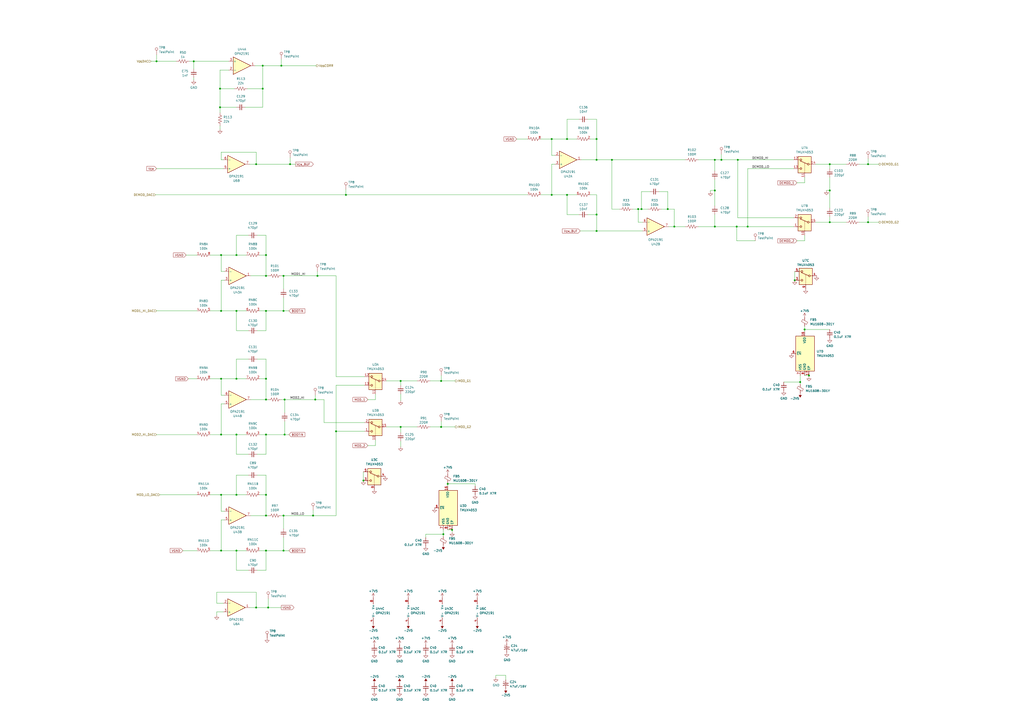
<source format=kicad_sch>
(kicad_sch (version 20230121) (generator eeschema)
  (paper "A2")
  (lib_symbols
    (symbol "Amplifier_Operational:OPA2202IDGKR" (pin_names (offset 0.127))
      (property "Reference" "U" (at 2.54 6.35 0))
      (property "Value" "OPA2202IDGKR" (at 2.54 3.81 0))
      (symbol "OPA2202IDGKR_1_1"
        (pin output line (at 7.62 0 180) (length 2.54) (name "~") (number "1"))
        (pin input line (at -7.62 -2.54 0) (length 2.54) (name "-") (number "2"))
        (pin input line (at -7.62 2.54 0) (length 2.54) (name "+") (number "3"))
      )
      (symbol "OPA2202IDGKR_2_1"
        (pin input line (at -7.62 2.54 0) (length 2.54) (name "+") (number "5"))
        (pin input line (at -7.62 -2.54 0) (length 2.54) (name "-") (number "6"))
        (pin output line (at 7.62 0 180) (length 2.54) (name "~") (number "7"))
      )
      (symbol "OPA2202IDGKR_3_1"
        (pin power_in line (at 0 -7.62 90) (length 3.81) (name "V-") (number "4"))
        (pin power_in line (at 0 7.62 270) (length 3.81) (name "V+") (number "8"))
      )
    )
    (symbol "Analog_Switch:TMUX4053"
      (property "Reference" "U" (at -0.635 5.715 0))
      (property "Value" "TMUX4053" (at -5.08 3.81 0))
      (symbol "TMUX4053_1_1"
        (pin input line (at 0 -10.16 90) (length 2.54) (name "~") (number "11"))
        (pin passive line (at 6.35 0 180) (length 2.54) (name "~") (number "12"))
        (pin passive line (at 6.35 -5.08 180) (length 2.54) (name "~") (number "13"))
        (pin passive line (at -6.35 -2.54 0) (length 2.54) (name "~") (number "14"))
      )
      (symbol "TMUX4053_2_1"
        (pin passive line (at 6.35 -5.08 180) (length 2.54) (name "~") (number "1"))
        (pin input line (at 0 -10.16 90) (length 2.54) (name "~") (number "10"))
        (pin passive line (at -6.35 -2.54 0) (length 2.54) (name "~") (number "15"))
        (pin passive line (at 6.35 0 180) (length 2.54) (name "~") (number "2"))
      )
      (symbol "TMUX4053_3_1"
        (pin passive line (at 6.35 -5.08 180) (length 2.54) (name "~") (number "3"))
        (pin passive line (at -6.35 -2.54 0) (length 2.54) (name "~") (number "4"))
        (pin passive line (at 6.35 0 180) (length 2.54) (name "~") (number "5"))
        (pin input line (at 0 -10.16 90) (length 2.54) (name "~") (number "9"))
      )
      (symbol "TMUX4053_4_0"
        (pin power_in line (at 0 12.7 270) (length 2.54) (name "VDD") (number "16"))
        (pin input line (at -7.62 0 0) (length 2.54) (name "~{EN}") (number "6"))
        (pin power_in line (at -2.54 -12.7 90) (length 2.54) (name "VSS") (number "7"))
        (pin power_in line (at 0 -12.7 90) (length 2.54) (name "GND") (number "8"))
      )
      (symbol "TMUX4053_4_1"
        (pin passive line (at 2.54 -12.7 90) (length 2.54) (name "EP") (number "17"))
      )
    )
    (symbol "Connector:TestPoint" (pin_numbers hide) (pin_names (offset 0.762) hide)
      (property "Reference" "TP" (at 0 6.858 0))
      (property "Value" "TestPoint" (at 0 5.08 0))
      (symbol "TestPoint_1_1"
        (pin passive line (at 0 0 90) (length 2.54) (name "1") (number "1"))
      )
    )
    (symbol "Device:CP1_Small" (pin_numbers hide) (pin_names (offset 0.254) hide)
      (property "Reference" "C" (at 0.254 1.778 0))
      (property "Value" "CP1_Small" (at 0.254 -2.032 0))
      (symbol "CP1_Small_1_1"
        (pin passive line (at 0 2.54 270) (length 2.032) (name "~") (number "1"))
        (pin passive line (at 0 -2.54 90) (length 2.032) (name "~") (number "2"))
      )
    )
    (symbol "Device:C_Small" (pin_numbers hide) (pin_names (offset 0.254) hide)
      (property "Reference" "C" (at 0.254 1.778 0))
      (property "Value" "C_Small" (at 0.254 -2.032 0))
      (symbol "C_Small_1_1"
        (pin passive line (at 0 2.54 270) (length 2.032) (name "~") (number "1"))
        (pin passive line (at 0 -2.54 90) (length 2.032) (name "~") (number "2"))
      )
    )
    (symbol "Device:Ferrite_Bead_Small" (pin_numbers hide) (pin_names (offset 0))
      (property "Reference" "FB" (at 1.905 1.27 0))
      (property "Value" "Ferrite_Bead_Small" (at 1.905 -1.27 0))
      (symbol "Ferrite_Bead_Small_1_1"
        (pin passive line (at 0 2.54 270) (length 1.27) (name "~") (number "1"))
        (pin passive line (at 0 -2.54 90) (length 1.27) (name "~") (number "2"))
      )
    )
    (symbol "Device:R_US" (pin_numbers hide) (pin_names (offset 0))
      (property "Reference" "R" (at 2.54 0 90))
      (property "Value" "R_US" (at -2.54 0 90))
      (symbol "R_US_1_1"
        (pin passive line (at 0 3.81 270) (length 1.27) (name "~") (number "1"))
        (pin passive line (at 0 -3.81 90) (length 1.27) (name "~") (number "2"))
      )
    )
    (symbol "Device:R_array_US_4parallel" (pin_names (offset 0))
      (property "Reference" "RN" (at 2.54 0 90))
      (property "Value" "R_array_US_4parallel" (at -2.54 0 90))
      (symbol "R_array_US_4parallel_1_1"
        (pin passive line (at 0 3.81 270) (length 1.27) (name "~") (number "1"))
        (pin passive line (at 0 -3.81 90) (length 1.27) (name "~") (number "8"))
      )
      (symbol "R_array_US_4parallel_2_1"
        (pin passive line (at 0 3.81 270) (length 1.27) (name "~") (number "2"))
        (pin passive line (at 0 -3.81 90) (length 1.27) (name "~") (number "7"))
      )
      (symbol "R_array_US_4parallel_3_1"
        (pin passive line (at 0 3.81 270) (length 1.27) (name "~") (number "3"))
        (pin passive line (at 0 -3.81 90) (length 1.27) (name "~") (number "6"))
      )
      (symbol "R_array_US_4parallel_4_1"
        (pin passive line (at 0 3.81 270) (length 1.27) (name "~") (number "4"))
        (pin passive line (at 0 -3.81 90) (length 1.27) (name "~") (number "5"))
      )
    )
    (symbol "power:+7V5" (power) (pin_names (offset 0))
      (property "Value" "+7V5" (at 0 3.556 0))
      (symbol "+7V5_1_1"
        (pin power_in line (at 0 0 90) (length 0) hide (name "+7V5") (number "1"))
      )
    )
    (symbol "power:-2V5" (power) (pin_names (offset 0))
      (property "Value" "-2V5" (at 0 3.81 0))
      (symbol "-2V5_0_0"
        (pin power_in line (at 0 0 90) (length 0) hide (name "-2V5") (number "1"))
      )
    )
    (symbol "power:GND" (power) (pin_names (offset 0))
      (property "Value" "GND" (at 0 -3.81 0))
      (symbol "GND_1_1"
        (pin power_in line (at 0 0 270) (length 0) hide (name "GND") (number "1"))
      )
    )
  )
  (junction (at 232.41 247.65))
  (junction (at 148.59 95.25))
  (junction (at 433.705 131.445))
  (junction (at 154.305 252.095))
  (junction (at 148.59 352.425))
  (junction (at 164.465 180.34))
  (junction (at 194.945 250.19))
  (junction (at 255.905 220.98))
  (junction (at 255.905 247.65))
  (junction (at 154.305 319.405))
  (junction (at 164.465 319.405))
  (junction (at 152.4 38.1))
  (junction (at 346.075 124.46))
  (junction (at 154.305 160.02))
  (junction (at 414.655 92.71))
  (junction (at 372.11 121.285))
  (junction (at 346.075 92.71))
  (junction (at 152.4 51.435))
  (junction (at 154.305 299.085))
  (junction (at 128.27 147.955))
  (junction (at 354.965 92.71))
  (junction (at 427.355 131.445))
  (junction (at 466.725 191.135))
  (junction (at 464.185 221.615))
  (junction (at 414.655 110.49))
  (junction (at 182.88 231.775))
  (junction (at 262.255 307.34))
  (junction (at 165.1 231.775))
  (junction (at 418.465 92.71))
  (junction (at 154.305 147.955))
  (junction (at 387.35 121.285))
  (junction (at 127.635 51.435))
  (junction (at 128.27 219.71))
  (junction (at 370.205 121.285))
  (junction (at 137.16 147.955))
  (junction (at 137.16 319.405))
  (junction (at 181.61 299.085))
  (junction (at 481.33 110.49))
  (junction (at 128.27 252.095))
  (junction (at 461.01 162.56))
  (junction (at 481.33 128.905))
  (junction (at 168.275 95.25))
  (junction (at 137.16 219.71))
  (junction (at 137.16 252.095))
  (junction (at 165.1 252.095))
  (junction (at 164.465 299.085))
  (junction (at 128.27 319.405))
  (junction (at 154.305 231.775))
  (junction (at 163.195 38.1))
  (junction (at 210.82 278.765))
  (junction (at 257.175 309.88))
  (junction (at 184.15 160.02))
  (junction (at 137.16 287.02))
  (junction (at 155.575 352.425))
  (junction (at 346.075 133.985))
  (junction (at 90.805 35.56))
  (junction (at 128.27 180.34))
  (junction (at 427.99 92.71))
  (junction (at 328.93 113.03))
  (junction (at 503.555 128.905))
  (junction (at 346.075 80.645))
  (junction (at 164.465 160.02))
  (junction (at 259.715 280.67))
  (junction (at 320.04 113.03))
  (junction (at 128.27 287.02))
  (junction (at 127.635 62.23))
  (junction (at 154.305 219.71))
  (junction (at 154.305 287.02))
  (junction (at 391.16 131.445))
  (junction (at 320.04 80.645))
  (junction (at 200.66 113.03))
  (junction (at 232.41 220.98))
  (junction (at 328.93 80.645))
  (junction (at 112.395 35.56))
  (junction (at 481.33 95.25))
  (junction (at 154.305 180.34))
  (junction (at 469.265 217.805))
  (junction (at 503.555 95.25))
  (junction (at 137.16 180.34))
  (junction (at 414.655 131.445))
  (wire (pts (xy 148.59 352.425) (xy 155.575 352.425)))
  (wire (pts (xy 255.905 220.98) (xy 264.16 220.98)))
  (wire (pts (xy 342.265 80.645) (xy 346.075 80.645)))
  (wire (pts (xy 414.655 92.71) (xy 418.465 92.71)))
  (wire (pts (xy 125.73 349.885) (xy 125.73 343.535)))
  (wire (pts (xy 128.27 180.34) (xy 137.16 180.34)))
  (wire (pts (xy 125.73 354.965) (xy 125.73 356.87)))
  (wire (pts (xy 498.475 95.25) (xy 503.555 95.25)))
  (wire (pts (xy 217.805 258.445) (xy 217.805 255.27)))
  (wire (pts (xy 112.395 35.56) (xy 132.715 35.56)))
  (wire (pts (xy 149.225 208.28) (xy 154.305 208.28)))
  (wire (pts (xy 372.11 121.285) (xy 375.92 121.285)))
  (wire (pts (xy 383.54 121.285) (xy 387.35 121.285)))
  (wire (pts (xy 128.27 252.095) (xy 137.16 252.095)))
  (wire (pts (xy 473.075 128.905) (xy 481.33 128.905)))
  (wire (pts (xy 164.465 299.085) (xy 164.465 306.705)))
  (wire (pts (xy 255.905 217.805) (xy 255.905 220.98)))
  (wire (pts (xy 165.1 244.475) (xy 165.1 252.095)))
  (wire (pts (xy 152.4 62.23) (xy 152.4 51.435)))
  (wire (pts (xy 130.175 162.56) (xy 128.27 162.56)))
  (wire (pts (xy 418.465 89.535) (xy 418.465 92.71)))
  (wire (pts (xy 127.635 73.025) (xy 127.635 74.93)))
  (wire (pts (xy 427.99 126.365) (xy 460.375 126.365)))
  (wire (pts (xy 150.495 219.71) (xy 154.305 219.71)))
  (wire (pts (xy 391.16 121.285) (xy 391.16 131.445)))
  (wire (pts (xy 148.59 88.265) (xy 148.59 95.25)))
  (wire (pts (xy 433.705 131.445) (xy 460.375 131.445)))
  (wire (pts (xy 164.465 160.02) (xy 164.465 167.64)))
  (wire (pts (xy 370.205 121.285) (xy 370.205 128.905)))
  (wire (pts (xy 90.805 180.34) (xy 114.3 180.34)))
  (wire (pts (xy 370.205 128.905) (xy 372.745 128.905)))
  (wire (pts (xy 127.635 62.23) (xy 127.635 65.405)))
  (wire (pts (xy 154.305 275.59) (xy 154.305 287.02)))
  (wire (pts (xy 321.945 95.25) (xy 320.04 95.25)))
  (wire (pts (xy 346.075 92.71) (xy 337.185 92.71)))
  (wire (pts (xy 481.33 128.905) (xy 481.33 125.73)))
  (wire (pts (xy 128.27 301.625) (xy 128.27 319.405)))
  (wire (pts (xy 154.305 299.085) (xy 145.415 299.085)))
  (wire (pts (xy 412.115 110.49) (xy 414.655 110.49)))
  (wire (pts (xy 163.195 160.02) (xy 164.465 160.02)))
  (wire (pts (xy 372.11 121.285) (xy 372.11 111.125)))
  (wire (pts (xy 128.27 296.545) (xy 128.27 287.02)))
  (wire (pts (xy 137.16 180.34) (xy 142.875 180.34)))
  (wire (pts (xy 454.66 221.615) (xy 464.185 221.615)))
  (wire (pts (xy 154.305 191.77) (xy 154.305 180.34)))
  (wire (pts (xy 106.045 319.405) (xy 114.3 319.405)))
  (wire (pts (xy 184.15 157.48) (xy 184.15 160.02)))
  (wire (pts (xy 150.495 319.405) (xy 154.305 319.405)))
  (wire (pts (xy 90.805 97.79) (xy 129.54 97.79)))
  (wire (pts (xy 154.305 180.34) (xy 164.465 180.34)))
  (wire (pts (xy 259.715 280.035) (xy 259.715 280.67)))
  (wire (pts (xy 163.195 299.085) (xy 164.465 299.085)))
  (wire (pts (xy 320.04 90.17) (xy 320.04 80.645)))
  (wire (pts (xy 466.725 191.135) (xy 466.725 192.405)))
  (wire (pts (xy 462.28 106.045) (xy 466.725 106.045)))
  (wire (pts (xy 498.475 128.905) (xy 503.555 128.905)))
  (wire (pts (xy 87.63 35.56) (xy 90.805 35.56)))
  (wire (pts (xy 137.16 147.955) (xy 137.16 136.525)))
  (wire (pts (xy 121.92 147.955) (xy 128.27 147.955)))
  (wire (pts (xy 109.855 35.56) (xy 112.395 35.56)))
  (wire (pts (xy 149.225 275.59) (xy 154.305 275.59)))
  (wire (pts (xy 107.95 147.955) (xy 114.3 147.955)))
  (wire (pts (xy 125.73 343.535) (xy 148.59 343.535)))
  (wire (pts (xy 128.27 219.71) (xy 137.16 219.71)))
  (wire (pts (xy 257.175 309.88) (xy 257.175 311.15)))
  (wire (pts (xy 137.16 319.405) (xy 142.875 319.405)))
  (wire (pts (xy 262.255 307.34) (xy 262.255 308.61)))
  (wire (pts (xy 438.15 139.7) (xy 427.355 139.7)))
  (wire (pts (xy 142.24 62.23) (xy 152.4 62.23)))
  (wire (pts (xy 427.99 92.71) (xy 460.375 92.71)))
  (wire (pts (xy 130.175 301.625) (xy 128.27 301.625)))
  (wire (pts (xy 328.93 124.46) (xy 335.915 124.46)))
  (wire (pts (xy 412.115 110.49) (xy 412.115 111.125)))
  (wire (pts (xy 473.075 95.25) (xy 481.33 95.25)))
  (wire (pts (xy 90.805 252.095) (xy 114.3 252.095)))
  (wire (pts (xy 259.715 280.67) (xy 275.59 280.67)))
  (wire (pts (xy 163.195 231.775) (xy 165.1 231.775)))
  (wire (pts (xy 346.075 92.71) (xy 354.965 92.71)))
  (wire (pts (xy 391.16 131.445) (xy 397.51 131.445)))
  (wire (pts (xy 90.805 31.75) (xy 90.805 35.56)))
  (wire (pts (xy 144.78 95.25) (xy 148.59 95.25)))
  (wire (pts (xy 149.225 330.835) (xy 154.305 330.835)))
  (wire (pts (xy 433.705 97.79) (xy 460.375 97.79)))
  (wire (pts (xy 354.965 92.71) (xy 397.51 92.71)))
  (wire (pts (xy 127.635 51.435) (xy 127.635 62.23)))
  (wire (pts (xy 165.1 231.775) (xy 165.1 239.395)))
  (wire (pts (xy 481.33 95.25) (xy 481.33 97.79)))
  (wire (pts (xy 346.075 80.645) (xy 346.075 92.71)))
  (wire (pts (xy 121.92 287.02) (xy 128.27 287.02)))
  (wire (pts (xy 152.4 38.1) (xy 147.955 38.1)))
  (wire (pts (xy 464.185 221.615) (xy 464.185 217.805)))
  (wire (pts (xy 427.355 139.7) (xy 427.355 131.445)))
  (wire (pts (xy 232.41 228.6) (xy 232.41 232.41)))
  (wire (pts (xy 164.465 160.02) (xy 184.15 160.02)))
  (wire (pts (xy 194.945 250.19) (xy 211.455 250.19)))
  (wire (pts (xy 128.27 147.955) (xy 137.16 147.955)))
  (wire (pts (xy 299.72 80.645) (xy 306.07 80.645)))
  (wire (pts (xy 165.1 252.095) (xy 167.64 252.095)))
  (wire (pts (xy 112.395 45.085) (xy 112.395 46.355)))
  (wire (pts (xy 150.495 180.34) (xy 154.305 180.34)))
  (wire (pts (xy 128.27 287.02) (xy 137.16 287.02)))
  (wire (pts (xy 354.965 121.285) (xy 359.41 121.285)))
  (wire (pts (xy 346.075 69.215) (xy 346.075 80.645)))
  (wire (pts (xy 200.66 113.03) (xy 306.07 113.03)))
  (wire (pts (xy 259.715 280.67) (xy 259.715 281.94)))
  (wire (pts (xy 150.495 287.02) (xy 154.305 287.02)))
  (wire (pts (xy 128.27 92.71) (xy 128.27 88.265)))
  (wire (pts (xy 137.16 136.525) (xy 144.145 136.525)))
  (wire (pts (xy 154.305 287.02) (xy 154.305 299.085)))
  (wire (pts (xy 164.465 311.785) (xy 164.465 319.405)))
  (wire (pts (xy 370.205 121.285) (xy 372.11 121.285)))
  (wire (pts (xy 132.715 40.64) (xy 127.635 40.64)))
  (wire (pts (xy 466.725 106.045) (xy 466.725 102.87)))
  (wire (pts (xy 137.16 219.71) (xy 137.16 208.28)))
  (wire (pts (xy 194.945 218.44) (xy 211.455 218.44)))
  (wire (pts (xy 481.33 95.25) (xy 490.855 95.25)))
  (wire (pts (xy 112.395 35.56) (xy 112.395 40.005)))
  (wire (pts (xy 217.805 231.775) (xy 217.805 228.6)))
  (wire (pts (xy 481.33 128.905) (xy 490.855 128.905)))
  (wire (pts (xy 224.155 220.98) (xy 232.41 220.98)))
  (wire (pts (xy 128.27 319.405) (xy 137.16 319.405)))
  (wire (pts (xy 128.27 229.235) (xy 128.27 219.71)))
  (wire (pts (xy 181.61 299.085) (xy 194.945 299.085)))
  (wire (pts (xy 165.1 231.775) (xy 182.88 231.775)))
  (wire (pts (xy 168.275 91.44) (xy 168.275 95.25)))
  (wire (pts (xy 414.655 131.445) (xy 427.355 131.445)))
  (wire (pts (xy 163.195 38.1) (xy 183.515 38.1)))
  (wire (pts (xy 224.155 247.65) (xy 232.41 247.65)))
  (wire (pts (xy 320.04 95.25) (xy 320.04 113.03)))
  (wire (pts (xy 232.41 220.98) (xy 232.41 223.52)))
  (wire (pts (xy 152.4 38.1) (xy 163.195 38.1)))
  (wire (pts (xy 130.175 157.48) (xy 128.27 157.48)))
  (wire (pts (xy 247.015 311.785) (xy 247.015 309.88)))
  (wire (pts (xy 121.92 319.405) (xy 128.27 319.405)))
  (wire (pts (xy 187.96 231.775) (xy 187.96 245.11)))
  (wire (pts (xy 328.93 80.645) (xy 334.645 80.645)))
  (wire (pts (xy 462.28 139.7) (xy 466.725 139.7)))
  (wire (pts (xy 148.59 343.535) (xy 148.59 352.425)))
  (wire (pts (xy 154.305 208.28) (xy 154.305 219.71)))
  (wire (pts (xy 90.805 35.56) (xy 102.235 35.56)))
  (wire (pts (xy 128.27 162.56) (xy 128.27 180.34)))
  (wire (pts (xy 125.73 354.965) (xy 129.54 354.965)))
  (wire (pts (xy 150.495 252.095) (xy 154.305 252.095)))
  (wire (pts (xy 194.945 218.44) (xy 194.945 160.02)))
  (wire (pts (xy 137.16 287.02) (xy 137.16 275.59)))
  (wire (pts (xy 150.495 147.955) (xy 154.305 147.955)))
  (wire (pts (xy 128.27 88.265) (xy 148.59 88.265)))
  (wire (pts (xy 481.33 110.49) (xy 481.33 120.65)))
  (wire (pts (xy 137.16 219.71) (xy 142.875 219.71)))
  (wire (pts (xy 137.16 263.525) (xy 144.145 263.525)))
  (wire (pts (xy 247.015 309.88) (xy 257.175 309.88)))
  (wire (pts (xy 293.37 394.335) (xy 293.37 391.795)))
  (wire (pts (xy 127.635 40.64) (xy 127.635 51.435)))
  (wire (pts (xy 354.965 92.71) (xy 354.965 121.285)))
  (wire (pts (xy 137.16 330.835) (xy 144.145 330.835)))
  (wire (pts (xy 155.575 347.345) (xy 155.575 352.425)))
  (wire (pts (xy 137.16 287.02) (xy 142.875 287.02)))
  (wire (pts (xy 137.16 275.59) (xy 144.145 275.59)))
  (wire (pts (xy 232.41 247.65) (xy 232.41 250.825)))
  (wire (pts (xy 255.905 244.475) (xy 255.905 247.65)))
  (wire (pts (xy 127.635 51.435) (xy 135.89 51.435)))
  (wire (pts (xy 433.705 97.79) (xy 433.705 131.445)))
  (wire (pts (xy 154.305 231.775) (xy 145.415 231.775)))
  (wire (pts (xy 128.27 157.48) (xy 128.27 147.955)))
  (wire (pts (xy 164.465 180.34) (xy 167.64 180.34)))
  (wire (pts (xy 168.275 95.25) (xy 171.45 95.25)))
  (wire (pts (xy 194.945 223.52) (xy 211.455 223.52)))
  (wire (pts (xy 194.945 250.19) (xy 194.945 299.085)))
  (wire (pts (xy 164.465 319.405) (xy 167.64 319.405)))
  (wire (pts (xy 427.355 131.445) (xy 433.705 131.445)))
  (wire (pts (xy 340.995 124.46) (xy 346.075 124.46)))
  (wire (pts (xy 414.655 110.49) (xy 414.655 104.14)))
  (wire (pts (xy 149.225 263.525) (xy 154.305 263.525)))
  (wire (pts (xy 275.59 280.67) (xy 275.59 281.94)))
  (wire (pts (xy 414.655 110.49) (xy 414.655 119.38)))
  (wire (pts (xy 321.945 90.17) (xy 320.04 90.17)))
  (wire (pts (xy 154.305 160.02) (xy 145.415 160.02)))
  (wire (pts (xy 257.175 307.34) (xy 257.175 309.88)))
  (wire (pts (xy 320.04 80.645) (xy 328.93 80.645)))
  (wire (pts (xy 137.16 191.77) (xy 144.145 191.77)))
  (wire (pts (xy 414.655 92.71) (xy 414.655 99.06)))
  (wire (pts (xy 293.37 391.795) (xy 287.655 391.795)))
  (wire (pts (xy 469.265 218.44) (xy 469.265 217.805)))
  (wire (pts (xy 328.93 113.03) (xy 334.645 113.03)))
  (wire (pts (xy 259.715 307.34) (xy 262.255 307.34)))
  (wire (pts (xy 154.305 299.085) (xy 155.575 299.085)))
  (wire (pts (xy 313.69 80.645) (xy 320.04 80.645)))
  (wire (pts (xy 92.71 287.02) (xy 114.3 287.02)))
  (wire (pts (xy 155.575 352.425) (xy 163.195 352.425)))
  (wire (pts (xy 481.33 102.87) (xy 481.33 110.49)))
  (wire (pts (xy 121.92 252.095) (xy 128.27 252.095)))
  (wire (pts (xy 503.555 128.905) (xy 509.905 128.905)))
  (wire (pts (xy 342.265 113.03) (xy 346.075 113.03)))
  (wire (pts (xy 232.41 259.08) (xy 232.41 255.905)))
  (wire (pts (xy 213.36 258.445) (xy 217.805 258.445)))
  (wire (pts (xy 372.11 111.125) (xy 377.19 111.125)))
  (wire (pts (xy 149.225 136.525) (xy 154.305 136.525)))
  (wire (pts (xy 137.16 147.955) (xy 142.875 147.955)))
  (wire (pts (xy 387.35 111.125) (xy 387.35 121.285)))
  (wire (pts (xy 346.075 124.46) (xy 346.075 133.985)))
  (wire (pts (xy 164.465 299.085) (xy 181.61 299.085)))
  (wire (pts (xy 382.27 111.125) (xy 387.35 111.125)))
  (wire (pts (xy 503.555 125.73) (xy 503.555 128.905)))
  (wire (pts (xy 148.59 352.425) (xy 144.78 352.425)))
  (wire (pts (xy 137.16 252.095) (xy 137.16 263.525)))
  (wire (pts (xy 320.04 113.03) (xy 328.93 113.03)))
  (wire (pts (xy 427.99 92.71) (xy 427.99 126.365)))
  (wire (pts (xy 152.4 51.435) (xy 152.4 38.1)))
  (wire (pts (xy 129.54 349.885) (xy 125.73 349.885)))
  (wire (pts (xy 130.175 229.235) (xy 128.27 229.235)))
  (wire (pts (xy 503.555 95.25) (xy 509.905 95.25)))
  (wire (pts (xy 154.305 160.02) (xy 155.575 160.02)))
  (wire (pts (xy 346.075 124.46) (xy 346.075 113.03)))
  (wire (pts (xy 130.175 234.315) (xy 128.27 234.315)))
  (wire (pts (xy 336.55 133.985) (xy 346.075 133.985)))
  (wire (pts (xy 184.15 160.02) (xy 194.945 160.02)))
  (wire (pts (xy 137.16 319.405) (xy 137.16 330.835)))
  (wire (pts (xy 255.905 247.65) (xy 264.16 247.65)))
  (wire (pts (xy 367.03 121.285) (xy 370.205 121.285)))
  (wire (pts (xy 148.59 95.25) (xy 168.275 95.25)))
  (wire (pts (xy 405.13 131.445) (xy 414.655 131.445)))
  (wire (pts (xy 154.305 136.525) (xy 154.305 147.955)))
  (wire (pts (xy 387.35 121.285) (xy 391.16 121.285)))
  (wire (pts (xy 127.635 62.23) (xy 137.16 62.23)))
  (wire (pts (xy 154.305 252.095) (xy 165.1 252.095)))
  (wire (pts (xy 143.51 51.435) (xy 152.4 51.435)))
  (wire (pts (xy 182.88 231.775) (xy 187.96 231.775)))
  (wire (pts (xy 137.16 180.34) (xy 137.16 191.77)))
  (wire (pts (xy 328.93 69.215) (xy 335.915 69.215)))
  (wire (pts (xy 249.555 220.98) (xy 255.905 220.98)))
  (wire (pts (xy 154.305 231.775) (xy 155.575 231.775)))
  (wire (pts (xy 163.195 34.29) (xy 163.195 38.1)))
  (wire (pts (xy 130.175 296.545) (xy 128.27 296.545)))
  (wire (pts (xy 464.185 222.885) (xy 464.185 221.615)))
  (wire (pts (xy 213.36 231.775) (xy 217.805 231.775)))
  (wire (pts (xy 466.725 139.7) (xy 466.725 136.525)))
  (wire (pts (xy 187.96 245.11) (xy 211.455 245.11)))
  (wire (pts (xy 137.16 208.28) (xy 144.145 208.28)))
  (wire (pts (xy 154.305 330.835) (xy 154.305 319.405)))
  (wire (pts (xy 391.16 131.445) (xy 387.985 131.445)))
  (wire (pts (xy 346.075 133.985) (xy 372.745 133.985)))
  (wire (pts (xy 182.88 229.235) (xy 182.88 231.775)))
  (wire (pts (xy 232.41 220.98) (xy 241.935 220.98)))
  (wire (pts (xy 414.655 124.46) (xy 414.655 131.445)))
  (wire (pts (xy 181.61 295.91) (xy 181.61 299.085)))
  (wire (pts (xy 200.66 109.855) (xy 200.66 113.03)))
  (wire (pts (xy 121.92 180.34) (xy 128.27 180.34)))
  (wire (pts (xy 149.225 191.77) (xy 154.305 191.77)))
  (wire (pts (xy 154.305 219.71) (xy 154.305 231.775)))
  (wire (pts (xy 469.265 217.805) (xy 466.725 217.805)))
  (wire (pts (xy 210.82 273.685) (xy 210.82 278.765)))
  (wire (pts (xy 405.13 92.71) (xy 414.655 92.71)))
  (wire (pts (xy 121.92 219.71) (xy 128.27 219.71)))
  (wire (pts (xy 154.305 263.525) (xy 154.305 252.095)))
  (wire (pts (xy 128.27 234.315) (xy 128.27 252.095)))
  (wire (pts (xy 313.69 113.03) (xy 320.04 113.03)))
  (wire (pts (xy 164.465 172.72) (xy 164.465 180.34)))
  (wire (pts (xy 503.555 92.075) (xy 503.555 95.25)))
  (wire (pts (xy 287.655 391.795) (xy 287.655 393.065)))
  (wire (pts (xy 466.725 191.135) (xy 481.33 191.135)))
  (wire (pts (xy 194.945 223.52) (xy 194.945 250.19)))
  (wire (pts (xy 328.93 80.645) (xy 328.93 69.215)))
  (wire (pts (xy 466.725 189.23) (xy 466.725 191.135)))
  (wire (pts (xy 418.465 92.71) (xy 427.99 92.71)))
  (wire (pts (xy 461.01 157.48) (xy 461.01 162.56)))
  (wire (pts (xy 479.425 110.49) (xy 481.33 110.49)))
  (wire (pts (xy 154.305 147.955) (xy 154.305 160.02)))
  (wire (pts (xy 154.305 319.405) (xy 164.465 319.405)))
  (wire (pts (xy 328.93 113.03) (xy 328.93 124.46)))
  (wire (pts (xy 249.555 247.65) (xy 255.905 247.65)))
  (wire (pts (xy 340.995 69.215) (xy 346.075 69.215)))
  (wire (pts (xy 232.41 247.65) (xy 241.935 247.65)))
  (wire (pts (xy 109.22 219.71) (xy 114.3 219.71)))
  (wire (pts (xy 137.16 252.095) (xy 142.875 252.095)))
  (wire (pts (xy 129.54 92.71) (xy 128.27 92.71)))
  (wire (pts (xy 90.17 113.03) (xy 200.66 113.03)))
  (label "MOD_LO" (at 168.91 299.085 0))
  (label "MOD2_HI" (at 168.275 231.775 0))
  (label "DEMOD_HI" (at 436.245 92.71 0))
  (label "DEMOD_LO" (at 436.245 97.79 0))
  (label "MOD1_HI" (at 168.91 160.02 0))
  (global_label "BOOTIN" (shape input) (at 167.64 252.095 0) (property "Intersheetrefs" "${INTERSHEET_REFS}" (effects hide)))
  (global_label "VGND" (shape input) (at 109.22 219.71 180) (property "Intersheetrefs" "${INTERSHEET_REFS}" (effects hide)))
  (global_label "V_{CM}" (shape input) (at 90.805 97.79 180) (property "Intersheetrefs" "${INTERSHEET_REFS}" (effects hide)))
  (global_label "MOD_2" (shape input) (at 213.36 258.445 180) (property "Intersheetrefs" "${INTERSHEET_REFS}" (effects hide)))
  (global_label "VGND" (shape output) (at 163.195 352.425 0) (property "Intersheetrefs" "${INTERSHEET_REFS}" (effects hide)))
  (global_label "BOOTIN" (shape input) (at 167.64 319.405 0) (property "Intersheetrefs" "${INTERSHEET_REFS}" (effects hide)))
  (global_label "MOD_1" (shape input) (at 213.36 231.775 180) (property "Intersheetrefs" "${INTERSHEET_REFS}" (effects hide)))
  (global_label "BOOTIN" (shape input) (at 167.64 180.34 0) (property "Intersheetrefs" "${INTERSHEET_REFS}" (effects hide)))
  (global_label "VGND" (shape input) (at 107.95 147.955 180) (property "Intersheetrefs" "${INTERSHEET_REFS}" (effects hide)))
  (global_label "V_{CM}_BUF" (shape input) (at 336.55 133.985 180) (property "Intersheetrefs" "${INTERSHEET_REFS}" (effects hide)))
  (global_label "VGND" (shape input) (at 299.72 80.645 180) (property "Intersheetrefs" "${INTERSHEET_REFS}" (effects hide)))
  (global_label "V_{CM}_BUF" (shape output) (at 171.45 95.25 0) (property "Intersheetrefs" "${INTERSHEET_REFS}" (effects hide)))
  (global_label "VGND" (shape input) (at 106.045 319.405 180) (property "Intersheetrefs" "${INTERSHEET_REFS}" (effects hide)))
  (global_label "DEMOD_1" (shape input) (at 462.28 106.045 180) (property "Intersheetrefs" "${INTERSHEET_REFS}" (effects hide)))
  (global_label "DEMOD_2" (shape input) (at 462.28 139.7 180) (property "Intersheetrefs" "${INTERSHEET_REFS}" (effects hide)))
  (hierarchical_label "MOD1_HI_DAC" (shape input) (at 90.805 180.34 180))
  (hierarchical_label "V_{OS}CORR" (shape output) (at 183.515 38.1 0))
  (hierarchical_label "DEMOD_G2" (shape output) (at 509.905 128.905 0))
  (hierarchical_label "MOD_G2" (shape output) (at 264.16 247.65 0))
  (hierarchical_label "V_{OS}DAC" (shape input) (at 87.63 35.56 180))
  (hierarchical_label "MOD_LO_DAC" (shape input) (at 92.71 287.02 180))
  (hierarchical_label "DEMOD_DAC" (shape input) (at 90.17 113.03 180))
  (hierarchical_label "DEMOD_G1" (shape output) (at 509.905 95.25 0))
  (hierarchical_label "MOD_G1" (shape output) (at 264.16 220.98 0))
  (hierarchical_label "MOD2_HI_DAC" (shape input) (at 90.805 252.095 180))
  (symbol (lib_id "Device:R_array_US_4parallel") (at 309.88 80.645 90) (unit 1)
    (property "Reference" "RN10" (at 309.88 74.295 90))
    (property "Value" "100k" (at 309.88 76.835 90))
    (property "Footprint" "Resistor_SMD:R_Array_Convex_4x0603" (effects hide))
    (property "Part Number" "ACASA1003U1003P1AT" (effects hide))
    (instances (project "nV-Meter_rev_b" (path "" (reference "RN10") (unit 1)) (path "" (reference "RN11") (unit 1))))
  )
  (symbol (lib_id "Amplifier_Operational:OPA2202IDGKR") (at 137.795 231.775 0) (mirror x) (unit 2)
    (property "Reference" "U44" (at 137.795 241.3 0))
    (property "Value" "OPA2191" (at 137.795 238.76 0))
    (property "Footprint" "Package_SO:MSOP-8_3x3mm_P0.65mm" (effects hide))
    (property "Datasheet" "https://www.ti.com/lit/ds/symlink/opa2202.pdf" (effects hide))
    (property "Part Number" "x" (effects hide))
    (instances (project "nV-Meter_rev_b" (path "" (reference "U44") (unit 2)) (path "" (reference "U27") (unit 2))))
  )
  (symbol (lib_id "Device:C_Small") (at 217.17 376.555 0) (mirror x) (unit 1)
    (property "Reference" "C40" (at 219.4941 375.7139 0) (effects (justify left)))
    (property "Value" "0.1uF X7R" (at 219.4941 378.2508 0) (effects (justify left)))
    (property "Footprint" "Capacitor_SMD:C_0402_1005Metric" (effects hide))
    (property "Part Number" "CL05B105KB54PNC" (effects hide))
    (instances (project "nV-Meter_rev_b" (path "" (reference "C40") (unit 1)) (path "" (reference "C35") (unit 1)) (path "" (reference "C24") (unit 1)) (path "" (reference "C143") (unit 1))) (project "AFE_Testr01" (path "" (reference "C130") (unit 1))))
  )
  (symbol (lib_id "power:-2V5") (at 216.535 361.95 180) (unit 1)
    (property "Reference" "#PWR0115" (effects hide))
    (property "Value" "-2V5" (at 216.535 365.76 0))
  )
  (symbol (lib_id "Connector:TestPoint") (at 90.805 31.75 0) (unit 1)
    (property "Reference" "TP8" (at 92.202 27.6133 0) (effects (justify left)))
    (property "Value" "TestPoint" (at 92.202 30.1502 0) (effects (justify left)))
    (property "Footprint" "TestPoint:TestPoint_Pad_D1.0mm" (effects hide))
    (instances (project "nV-Meter_rev_b" (path "" (reference "TP8") (unit 1)) (path "" (reference "TP7") (unit 1)) (path "" (reference "TP19") (unit 1))))
  )
  (symbol (lib_id "Connector:TestPoint") (at 503.555 92.075 0) (unit 1)
    (property "Reference" "TP8" (at 504.952 87.9383 0) (effects (justify left)))
    (property "Value" "TestPoint" (at 504.952 90.4752 0) (effects (justify left)))
    (property "Footprint" "TestPoint:TestPoint_Pad_D1.0mm" (effects hide))
    (instances (project "nV-Meter_rev_b" (path "" (reference "TP8") (unit 1)) (path "" (reference "TP7") (unit 1)) (path "" (reference "TP13") (unit 1))))
  )
  (symbol (lib_id "Device:R_US") (at 139.7 51.435 90) (unit 1)
    (property "Reference" "R113" (at 139.7 45.72 90))
    (property "Value" "22k" (at 139.7 48.26 90))
    (property "Footprint" "Resistor_SMD:R_0402_1005Metric" (effects hide))
    (property "Mouser P/N" "754-RR0816P-332D" (effects hide))
    (property "Vendor" "754-RR0816P-332D" (effects hide))
    (property "In stock" "X" (effects hide))
    (property "Part Number" "RT0402FRE0722KL" (effects hide))
    (instances (project "nV-Meter_rev_b" (path "" (reference "R113") (unit 1)) (path "" (reference "R122") (unit 1))))
  )
  (symbol (lib_id "Device:R_US") (at 106.045 35.56 90) (unit 1)
    (property "Reference" "R50" (at 106.045 30.48 90))
    (property "Value" "1k" (at 106.045 33.02 90))
    (property "Footprint" "Resistor_SMD:R_0402_1005Metric" (effects hide))
    (property "Part Number" "RR0510P-102-D" (effects hide))
    (instances (project "nV-Meter_rev_b" (path "" (reference "R50") (unit 1)) (path "" (reference "R127") (unit 1)) (path "" (reference "R123") (unit 1))) (project "AFE_Testr01" (path "" (reference "R108") (unit 1))))
  )
  (symbol (lib_id "power:GND") (at 481.33 196.215 0) (unit 1)
    (property "Reference" "#PWR011" (effects hide))
    (property "Value" "GND" (at 481.33 200.6584 0))
    (instances (project "nV-Meter_rev_b" (path "" (reference "#PWR011") (unit 1)) (path "" (reference "#PWR0176") (unit 1)) (path "" (reference "#PWR0283") (unit 1)) (path "" (reference "#PWR0154") (unit 1))) (project "AFE_Testr01" (path "" (reference "#PWR0271") (unit 1))))
  )
  (symbol (lib_id "Device:R_array_US_4parallel") (at 309.88 113.03 90) (unit 4)
    (property "Reference" "RN10" (at 309.88 107.315 90))
    (property "Value" "100k" (at 309.88 109.855 90))
    (property "Footprint" "Resistor_SMD:R_Array_Convex_4x0603" (effects hide))
    (property "Part Number" "ACASA1003U1003P1AT" (effects hide))
    (instances (project "nV-Meter_rev_b" (path "" (reference "RN10") (unit 4)) (path "" (reference "RN11") (unit 4))))
  )
  (symbol (lib_id "Connector:TestPoint") (at 154.94 370.205 0) (unit 1)
    (property "Reference" "TP8" (at 156.337 366.0683 0) (effects (justify left)))
    (property "Value" "TestPoint" (at 156.337 368.6052 0) (effects (justify left)))
    (property "Footprint" "TestPoint:TestPoint_Pad_D1.0mm" (effects hide))
    (instances (project "nV-Meter_rev_b" (path "" (reference "TP8") (unit 1)) (path "" (reference "TP7") (unit 1)) (path "" (reference "TP37") (unit 1))))
  )
  (symbol (lib_id "power:-2V5") (at 276.86 361.95 180) (unit 1)
    (property "Reference" "#PWR0145" (effects hide))
    (property "Value" "-2V5" (at 276.86 365.76 0))
  )
  (symbol (lib_id "Device:Ferrite_Bead_Small") (at 464.185 225.425 180) (unit 1)
    (property "Reference" "FB5" (at 467.36 224.1931 0) (effects (justify right)))
    (property "Value" "MU1608-301Y" (at 467.36 226.7331 0) (effects (justify right)))
    (property "Footprint" "Resistor_SMD:R_0603_1608Metric_red" (effects hide))
    (property "Part Number" "MU1608-301Y" (effects hide))
    (instances (project "nV-Meter_rev_b" (path "" (reference "FB5") (unit 1)) (path "" (reference "FB12") (unit 1))))
  )
  (symbol (lib_id "Analog_Switch:TMUX4053") (at 217.17 273.685 0) (mirror y) (unit 3)
    (property "Reference" "U3" (at 217.17 266.7 0))
    (property "Value" "TMUX4053" (at 217.17 269.24 0))
    (property "Footprint" "Package_DFN_QFN:Texas_WQFN-N16_2.5x3.5mm_EP2.0x1.0mm" (effects hide))
    (property "Datasheet" "https://www.ti.com/lit/ds/symlink/tmux4053.pdf" (effects hide))
    (property "Part Number" "TMUX4053BQBR" (effects hide))
    (instances (project "nV-Meter_rev_b" (path "" (reference "U3") (unit 3)) (path "" (reference "U39") (unit 3))))
  )
  (symbol (lib_id "Amplifier_Operational:OPA2202IDGKR") (at 380.365 131.445 0) (mirror x) (unit 2)
    (property "Reference" "U42" (at 380.365 141.605 0))
    (property "Value" "OPA2191" (at 380.365 139.065 0))
    (property "Footprint" "Package_SO:MSOP-8_3x3mm_P0.65mm" (effects hide))
    (property "Datasheet" "https://www.ti.com/lit/ds/symlink/opa2202.pdf" (effects hide))
    (property "Part Number" "x" (effects hide))
    (instances (project "nV-Meter_rev_b" (path "" (reference "U42") (unit 2)) (path "" (reference "U23") (unit 2))))
  )
  (symbol (lib_id "power:GND") (at 287.655 393.065 0) (unit 1)
    (property "Reference" "#PWR0110" (effects hide))
    (property "Value" "GND" (at 287.782 397.4592 0))
    (instances (project "nV-Meter_rev_b" (path "" (reference "#PWR0110") (unit 1)) (path "" (reference "#PWR0290") (unit 1)) (path "" (reference "#PWR06") (unit 1))) (project "AFE_Testr01" (path "" (reference "#PWR0272") (unit 1))))
  )
  (symbol (lib_id "power:GND") (at 247.015 379.095 0) (unit 1)
    (property "Reference" "#PWR011" (effects hide))
    (property "Value" "GND" (at 247.015 383.5384 0))
    (instances (project "nV-Meter_rev_b" (path "" (reference "#PWR011") (unit 1)) (path "" (reference "#PWR0176") (unit 1)) (path "" (reference "#PWR0283") (unit 1)) (path "" (reference "#PWR0130") (unit 1))) (project "AFE_Testr01" (path "" (reference "#PWR0271") (unit 1))))
  )
  (symbol (lib_id "power:-2V5") (at 257.175 316.23 180) (unit 1)
    (property "Reference" "#PWR0136" (effects hide))
    (property "Value" "-2V5" (at 254 319.405 0))
  )
  (symbol (lib_id "Connector:TestPoint") (at 168.275 91.44 0) (unit 1)
    (property "Reference" "TP8" (at 169.672 87.3033 0) (effects (justify left)))
    (property "Value" "TestPoint" (at 169.672 89.8402 0) (effects (justify left)))
    (property "Footprint" "TestPoint:TestPoint_Pad_D1.0mm" (effects hide))
    (instances (project "nV-Meter_rev_b" (path "" (reference "TP8") (unit 1)) (path "" (reference "TP7") (unit 1)) (path "" (reference "TP20") (unit 1))))
  )
  (symbol (lib_id "power:GND") (at 412.115 111.125 0) (mirror y) (unit 1)
    (property "Reference" "#PWR0223" (effects hide))
    (property "Value" "GND" (effects hide))
    (instances (project "nV-Meter_rev_b" (path "" (reference "#PWR0223") (unit 1)) (path "" (reference "#PWR0373") (unit 1))))
  )
  (symbol (lib_id "Device:R_US") (at 245.745 247.65 270) (unit 1)
    (property "Reference" "R91" (at 245.745 242.57 90))
    (property "Value" "220R" (at 245.745 245.11 90))
    (property "Footprint" "Resistor_SMD:R_0402_1005Metric" (effects hide))
    (property "In stock" "X" (effects hide))
    (property "Part Number" "RC0402JR-7D220RL" (effects hide))
    (instances (project "nV-Meter_rev_b" (path "" (reference "R91") (unit 1)) (path "" (reference "R59") (unit 1))))
  )
  (symbol (lib_id "power:+7V5") (at 259.715 274.955 0) (unit 1)
    (property "Reference" "#PWR0137" (effects hide))
    (property "Value" "+7V5" (at 259.715 271.145 0))
  )
  (symbol (lib_id "Device:C_Small") (at 262.255 398.78 0) (mirror x) (unit 1)
    (property "Reference" "C40" (at 264.5791 397.9389 0) (effects (justify left)))
    (property "Value" "0.1uF X7R" (at 264.5791 400.4758 0) (effects (justify left)))
    (property "Footprint" "Capacitor_SMD:C_0402_1005Metric" (effects hide))
    (property "Part Number" "CL05B105KB54PNC" (effects hide))
    (instances (project "nV-Meter_rev_b" (path "" (reference "C40") (unit 1)) (path "" (reference "C36") (unit 1)) (path "" (reference "C73") (unit 1)) (path "" (reference "C92") (unit 1))) (project "AFE_Testr01" (path "" (reference "C130") (unit 1))))
  )
  (symbol (lib_id "Device:Ferrite_Bead_Small") (at 257.175 313.69 180) (unit 1)
    (property "Reference" "FB5" (at 260.35 312.4581 0) (effects (justify right)))
    (property "Value" "MU1608-301Y" (at 260.35 314.9981 0) (effects (justify right)))
    (property "Footprint" "Resistor_SMD:R_0603_1608Metric_red" (effects hide))
    (property "Part Number" "MU1608-301Y" (effects hide))
    (instances (project "nV-Meter_rev_b" (path "" (reference "FB5") (unit 1)) (path "" (reference "FB20") (unit 1))))
  )
  (symbol (lib_id "Device:R_array_US_4parallel") (at 118.11 147.955 90) (unit 1)
    (property "Reference" "RN8" (at 118.11 141.605 90))
    (property "Value" "100k" (at 118.11 144.145 90))
    (property "Footprint" "Resistor_SMD:R_Array_Convex_4x0603" (effects hide))
    (property "Part Number" "ACASA1003U1003P1AT" (effects hide))
    (instances (project "nV-Meter_rev_b" (path "" (reference "RN8") (unit 1)) (path "" (reference "RN13") (unit 1))))
  )
  (symbol (lib_id "Connector:TestPoint") (at 155.575 347.345 0) (unit 1)
    (property "Reference" "TP8" (at 156.972 343.2083 0) (effects (justify left)))
    (property "Value" "TestPoint" (at 156.972 345.7452 0) (effects (justify left)))
    (property "Footprint" "TestPoint:TestPoint_Pad_D1.0mm" (effects hide))
    (instances (project "nV-Meter_rev_b" (path "" (reference "TP8") (unit 1)) (path "" (reference "TP7") (unit 1)) (path "" (reference "TP35") (unit 1))))
  )
  (symbol (lib_id "power:-2V5") (at 293.37 399.415 180) (unit 1)
    (property "Reference" "#PWR0115" (effects hide))
    (property "Value" "-2V5" (at 293.37 403.225 0))
    (instances (project "nV-Meter_rev_b" (path "" (reference "#PWR0115") (unit 1)) (path "" (reference "#PWR0179") (unit 1)) (path "" (reference "#PWR0289") (unit 1)) (path "" (reference "#PWR0141") (unit 1))))
  )
  (symbol (lib_id "Device:C_Small") (at 231.775 376.555 0) (mirror x) (unit 1)
    (property "Reference" "C40" (at 234.0991 375.7139 0) (effects (justify left)))
    (property "Value" "0.1uF X7R" (at 234.0991 378.2508 0) (effects (justify left)))
    (property "Footprint" "Capacitor_SMD:C_0402_1005Metric" (effects hide))
    (property "Part Number" "CL05B105KB54PNC" (effects hide))
    (instances (project "nV-Meter_rev_b" (path "" (reference "C40") (unit 1)) (path "" (reference "C35") (unit 1)) (path "" (reference "C65") (unit 1)) (path "" (reference "C98") (unit 1))) (project "AFE_Testr01" (path "" (reference "C130") (unit 1))))
  )
  (symbol (lib_id "Device:C_Small") (at 232.41 253.365 0) (unit 1)
    (property "Reference" "C125" (at 234.95 252.1013 0) (effects (justify left)))
    (property "Value" "220pF" (at 234.95 254.6413 0) (effects (justify left)))
    (property "Footprint" "Capacitor_SMD:C_0402_1005Metric" (effects hide))
    (property "Field4" "C0G" (effects hide))
    (property "In stock" "X" (effects hide))
    (property "Part Number" "GRM1555C1H221JA01J" (effects hide))
    (instances (project "nV-Meter_rev_b" (path "" (reference "C125") (unit 1)) (path "" (reference "C26") (unit 1))))
  )
  (symbol (lib_id "Device:C_Small") (at 217.17 398.78 0) (mirror x) (unit 1)
    (property "Reference" "C40" (at 219.4941 397.9389 0) (effects (justify left)))
    (property "Value" "0.1uF X7R" (at 219.4941 400.4758 0) (effects (justify left)))
    (property "Footprint" "Capacitor_SMD:C_0402_1005Metric" (effects hide))
    (property "Part Number" "CL05B105KB54PNC" (effects hide))
    (instances (project "nV-Meter_rev_b" (path "" (reference "C40") (unit 1)) (path "" (reference "C36") (unit 1)) (path "" (reference "C25") (unit 1)) (path "" (reference "C106") (unit 1))) (project "AFE_Testr01" (path "" (reference "C130") (unit 1))))
  )
  (symbol (lib_id "Device:C_Small") (at 146.685 263.525 90) (mirror x) (unit 1)
    (property "Reference" "C132" (at 146.685 257.81 90))
    (property "Value" "470pF" (at 146.685 260.35 90))
    (property "Footprint" "Capacitor_SMD:C_0402_1005Metric" (effects hide))
    (property "Field4" "C0G" (effects hide))
    (property "In stock" "X" (effects hide))
    (property "Part Number" "GCM1555C1H471JA16D" (effects hide))
    (instances (project "nV-Meter_rev_b" (path "" (reference "C132") (unit 1)) (path "" (reference "C146") (unit 1))))
  )
  (symbol (lib_id "Device:R_array_US_4parallel") (at 338.455 80.645 270) (unit 2)
    (property "Reference" "RN10" (at 338.455 74.295 90))
    (property "Value" "100k" (at 338.455 76.835 90))
    (property "Footprint" "Resistor_SMD:R_Array_Convex_4x0603" (effects hide))
    (property "Part Number" "ACASA1003U1003P1AT" (effects hide))
    (instances (project "nV-Meter_rev_b" (path "" (reference "RN10") (unit 2)) (path "" (reference "RN11") (unit 2))))
  )
  (symbol (lib_id "Device:R_US") (at 401.32 131.445 270) (unit 1)
    (property "Reference" "R103" (at 401.32 125.73 90))
    (property "Value" "100R" (at 401.32 128.27 90))
    (property "Footprint" "Resistor_SMD:R_0402_1005Metric" (effects hide))
    (property "In stock" "X" (effects hide))
    (property "Part Number" "RR0510R-101-D" (effects hide))
    (instances (project "nV-Meter_rev_b" (path "" (reference "R103") (unit 1)) (path "" (reference "R118") (unit 1))))
  )
  (symbol (lib_id "Device:R_US") (at 159.385 160.02 270) (unit 1)
    (property "Reference" "R101" (at 159.385 154.305 90))
    (property "Value" "100R" (at 159.385 156.845 90))
    (property "Footprint" "Resistor_SMD:R_0402_1005Metric" (effects hide))
    (property "In stock" "X" (effects hide))
    (property "Part Number" "RR0510R-101-D" (effects hide))
    (instances (project "nV-Meter_rev_b" (path "" (reference "R101") (unit 1)) (path "" (reference "R159") (unit 1))))
  )
  (symbol (lib_id "Device:C_Small") (at 165.1 241.935 0) (unit 1)
    (property "Reference" "C134" (at 168.275 240.6713 0) (effects (justify left)))
    (property "Value" "470pF" (at 168.275 243.2113 0) (effects (justify left)))
    (property "Footprint" "Capacitor_SMD:C_0402_1005Metric" (effects hide))
    (property "Field4" "C0G" (effects hide))
    (property "In stock" "X" (effects hide))
    (property "Part Number" "GCM1555C1H471JA16D" (effects hide))
    (instances (project "nV-Meter_rev_b" (path "" (reference "C134") (unit 1)) (path "" (reference "C147") (unit 1))))
  )
  (symbol (lib_id "power:GND") (at 217.17 379.095 0) (unit 1)
    (property "Reference" "#PWR011" (effects hide))
    (property "Value" "GND" (at 217.17 383.5384 0))
    (instances (project "nV-Meter_rev_b" (path "" (reference "#PWR011") (unit 1)) (path "" (reference "#PWR0176") (unit 1)) (path "" (reference "#PWR0258") (unit 1)) (path "" (reference "#PWR0118") (unit 1))) (project "AFE_Testr01" (path "" (reference "#PWR0271") (unit 1))))
  )
  (symbol (lib_id "Connector:TestPoint") (at 255.905 244.475 0) (unit 1)
    (property "Reference" "TP8" (at 257.302 240.3383 0) (effects (justify left)))
    (property "Value" "TestPoint" (at 257.302 242.8752 0) (effects (justify left)))
    (property "Footprint" "TestPoint:TestPoint_Pad_D1.0mm" (effects hide))
    (instances (project "nV-Meter_rev_b" (path "" (reference "TP8") (unit 1)) (path "" (reference "TP7") (unit 1)) (path "" (reference "TP7") (unit 1))))
  )
  (symbol (lib_id "power:+7V5") (at 217.17 374.015 0) (unit 1)
    (property "Reference" "#PWR0121" (effects hide))
    (property "Value" "+7V5" (at 217.17 370.205 0))
    (instances (project "nV-Meter_rev_b" (path "" (reference "#PWR0121") (unit 1)) (path "" (reference "#PWR0175") (unit 1)) (path "" (reference "#PWR0248") (unit 1)) (path "" (reference "#PWR0117") (unit 1))))
  )
  (symbol (lib_id "power:GND") (at 231.775 401.32 0) (unit 1)
    (property "Reference" "#PWR011" (effects hide))
    (property "Value" "GND" (at 231.775 405.7634 0))
    (instances (project "nV-Meter_rev_b" (path "" (reference "#PWR011") (unit 1)) (path "" (reference "#PWR0180") (unit 1)) (path "" (reference "#PWR0280") (unit 1)) (path "" (reference "#PWR0125") (unit 1))) (project "AFE_Testr01" (path "" (reference "#PWR0271") (unit 1))))
  )
  (symbol (lib_id "Analog_Switch:TMUX4053") (at 217.805 218.44 0) (mirror y) (unit 1)
    (property "Reference" "U3" (at 217.805 211.455 0))
    (property "Value" "TMUX4053" (at 217.805 213.995 0))
    (property "Footprint" "Package_DFN_QFN:Texas_WQFN-N16_2.5x3.5mm_EP2.0x1.0mm" (effects hide))
    (property "Datasheet" "https://www.ti.com/lit/ds/symlink/tmux4053.pdf" (effects hide))
    (property "Part Number" "TMUX4053BQBR" (effects hide))
    (instances (project "nV-Meter_rev_b" (path "" (reference "U3") (unit 1)) (path "" (reference "U39") (unit 1))))
  )
  (symbol (lib_id "Device:CP1_Small") (at 294.005 375.92 0) (unit 1)
    (property "Reference" "C24" (at 296.3164 374.6535 0) (effects (justify left)))
    (property "Value" "47uF/16V" (at 296.3164 377.1904 0) (effects (justify left)))
    (property "Footprint" "Capacitor_Tantalum_SMD:CP_EIA-3528-12_AVX_B_Conformal" (effects hide))
    (property "Part Number" "F951C476MBAAQ2" (effects hide))
    (instances (project "StdRef_revB" (path "" (reference "C24") (unit 1))) (project "nV-Meter_rev_b" (path "" (reference "C29") (unit 1)) (path "" (reference "C126") (unit 1)) (path "" (reference "C170") (unit 1))) (project "uC-ADC" (path "" (reference "C24") (unit 1))))
  )
  (symbol (lib_id "Device:C_Small") (at 146.685 208.28 90) (unit 1)
    (property "Reference" "C131" (at 146.6913 201.295 90))
    (property "Value" "470pF" (at 146.6913 203.835 90))
    (property "Footprint" "Capacitor_SMD:C_0402_1005Metric" (effects hide))
    (property "Field4" "C0G" (effects hide))
    (property "In stock" "X" (effects hide))
    (property "Part Number" "GCM1555C1H471JA16D" (effects hide))
    (instances (project "nV-Meter_rev_b" (path "" (reference "C131") (unit 1)) (path "" (reference "C167") (unit 1))))
  )
  (symbol (lib_id "Device:R_US") (at 401.32 92.71 270) (unit 1)
    (property "Reference" "R102" (at 401.32 86.995 90))
    (property "Value" "100R" (at 401.32 89.535 90))
    (property "Footprint" "Resistor_SMD:R_0402_1005Metric" (effects hide))
    (property "In stock" "X" (effects hide))
    (property "Part Number" "RR0510R-101-D" (effects hide))
    (instances (project "nV-Meter_rev_b" (path "" (reference "R102") (unit 1)) (path "" (reference "R116") (unit 1))))
  )
  (symbol (lib_id "power:GND") (at 217.17 401.32 0) (unit 1)
    (property "Reference" "#PWR011" (effects hide))
    (property "Value" "GND" (at 217.17 405.7634 0))
    (instances (project "nV-Meter_rev_b" (path "" (reference "#PWR011") (unit 1)) (path "" (reference "#PWR0180") (unit 1)) (path "" (reference "#PWR0260") (unit 1)) (path "" (reference "#PWR0120") (unit 1))) (project "AFE_Testr01" (path "" (reference "#PWR0271") (unit 1))))
  )
  (symbol (lib_id "power:GND") (at 252.095 294.64 0) (mirror y) (unit 1)
    (property "Reference" "#PWR0170" (effects hide))
    (property "Value" "GND" (effects hide))
    (instances (project "nV-Meter_rev_b" (path "" (reference "#PWR0170") (unit 1)) (path "" (reference "#PWR0133") (unit 1))))
  )
  (symbol (lib_id "Device:CP1_Small") (at 293.37 396.875 0) (unit 1)
    (property "Reference" "C24" (at 295.6814 395.6085 0) (effects (justify left)))
    (property "Value" "47uF/16V" (at 295.6814 398.1454 0) (effects (justify left)))
    (property "Footprint" "Capacitor_Tantalum_SMD:CP_EIA-3528-12_AVX_B_Conformal" (effects hide))
    (property "Part Number" "F951C476MBAAQ2" (effects hide))
    (instances (project "StdRef_revB" (path "" (reference "C24") (unit 1))) (project "nV-Meter_rev_b" (path "" (reference "C29") (unit 1)) (path "" (reference "C126") (unit 1)) (path "" (reference "C171") (unit 1))) (project "uC-ADC" (path "" (reference "C24") (unit 1))))
  )
  (symbol (lib_id "Device:C_Small") (at 232.41 226.06 0) (unit 1)
    (property "Reference" "C124" (at 234.95 224.7963 0) (effects (justify left)))
    (property "Value" "220pF" (at 234.95 227.3363 0) (effects (justify left)))
    (property "Footprint" "Capacitor_SMD:C_0402_1005Metric" (effects hide))
    (property "Field4" "C0G" (effects hide))
    (property "In stock" "X" (effects hide))
    (property "Part Number" "GRM1555C1H221JA01J" (effects hide))
    (instances (project "nV-Meter_rev_b" (path "" (reference "C124") (unit 1)) (path "" (reference "C27") (unit 1))))
  )
  (symbol (lib_id "power:+7V5") (at 236.855 346.71 0) (unit 1)
    (property "Reference" "#PWR0126" (effects hide))
    (property "Value" "+7V5" (at 236.855 342.9 0))
  )
  (symbol (lib_id "Connector:TestPoint") (at 438.15 139.7 0) (unit 1)
    (property "Reference" "TP8" (at 439.547 135.5633 0) (effects (justify left)))
    (property "Value" "TestPoint" (at 439.547 138.1002 0) (effects (justify left)))
    (property "Footprint" "TestPoint:TestPoint_Pad_D1.0mm" (effects hide))
    (instances (project "nV-Meter_rev_b" (path "" (reference "TP8") (unit 1)) (path "" (reference "TP7") (unit 1)) (path "" (reference "TP21") (unit 1))))
  )
  (symbol (lib_id "power:GND") (at 467.36 167.64 0) (mirror y) (unit 1)
    (property "Reference" "#PWR0221" (effects hide))
    (property "Value" "GND" (effects hide))
    (instances (project "nV-Meter_rev_b" (path "" (reference "#PWR0221") (unit 1)) (path "" (reference "#PWR0151") (unit 1))))
  )
  (symbol (lib_id "Device:C_Small") (at 146.685 191.77 90) (mirror x) (unit 1)
    (property "Reference" "C130" (at 146.685 186.055 90))
    (property "Value" "470pF" (at 146.685 188.595 90))
    (property "Footprint" "Capacitor_SMD:C_0402_1005Metric" (effects hide))
    (property "Field4" "C0G" (effects hide))
    (property "In stock" "X" (effects hide))
    (property "Part Number" "GCM1555C1H471JA16D" (effects hide))
    (instances (project "nV-Meter_rev_b" (path "" (reference "C130") (unit 1)) (path "" (reference "C145") (unit 1))))
  )
  (symbol (lib_id "Device:R_array_US_4parallel") (at 118.11 287.02 90) (unit 1)
    (property "Reference" "RN11" (at 118.11 280.67 90))
    (property "Value" "100k" (at 118.11 283.21 90))
    (property "Footprint" "Resistor_SMD:R_Array_Convex_4x0603" (effects hide))
    (property "Part Number" "ACASA1003U1003P1AT" (effects hide))
    (instances (project "nV-Meter_rev_b" (path "" (reference "RN11") (unit 1)) (path "" (reference "RN17") (unit 1))))
  )
  (symbol (lib_id "Amplifier_Operational:OPA2202IDGKR") (at 329.565 92.71 0) (mirror x) (unit 1)
    (property "Reference" "U42" (at 329.565 102.235 0))
    (property "Value" "OPA2191" (at 329.565 99.695 0))
    (property "Footprint" "Package_SO:MSOP-8_3x3mm_P0.65mm" (effects hide))
    (property "Datasheet" "https://www.ti.com/lit/ds/symlink/opa2202.pdf" (effects hide))
    (property "Part Number" "x" (effects hide))
    (instances (project "nV-Meter_rev_b" (path "" (reference "U42") (unit 1)) (path "" (reference "U23") (unit 1))))
  )
  (symbol (lib_id "power:GND") (at 210.82 278.765 0) (mirror y) (unit 1)
    (property "Reference" "#PWR0219" (effects hide))
    (property "Value" "GND" (effects hide))
    (instances (project "nV-Meter_rev_b" (path "" (reference "#PWR0219") (unit 1)) (path "" (reference "#PWR0113") (unit 1))))
  )
  (symbol (lib_id "Device:C_Small") (at 275.59 284.48 0) (mirror x) (unit 1)
    (property "Reference" "C40" (at 277.9141 283.6389 0) (effects (justify left)))
    (property "Value" "0.1uF X7R" (at 277.9141 286.1758 0) (effects (justify left)))
    (property "Footprint" "Capacitor_SMD:C_0402_1005Metric" (effects hide))
    (property "Part Number" "CL05B105KB54PNC" (effects hide))
    (instances (project "nV-Meter_rev_b" (path "" (reference "C40") (unit 1)) (path "" (reference "C35") (unit 1)) (path "" (reference "C71") (unit 1)) (path "" (reference "C169") (unit 1))) (project "AFE_Testr01" (path "" (reference "C130") (unit 1))))
  )
  (symbol (lib_id "Device:C_Small") (at 146.685 136.525 90) (unit 1)
    (property "Reference" "C129" (at 146.6913 129.54 90))
    (property "Value" "470pF" (at 146.6913 132.08 90))
    (property "Footprint" "Capacitor_SMD:C_0402_1005Metric" (effects hide))
    (property "Field4" "C0G" (effects hide))
    (property "In stock" "X" (effects hide))
    (property "Part Number" "GCM1555C1H471JA16D" (effects hide))
    (instances (project "nV-Meter_rev_b" (path "" (reference "C129") (unit 1)) (path "" (reference "C164") (unit 1))))
  )
  (symbol (lib_id "Device:Ferrite_Bead_Small") (at 259.715 277.495 180) (unit 1)
    (property "Reference" "FB5" (at 262.89 276.2631 0) (effects (justify right)))
    (property "Value" "MU1608-301Y" (at 262.89 278.8031 0) (effects (justify right)))
    (property "Footprint" "Resistor_SMD:R_0603_1608Metric_red" (effects hide))
    (property "Part Number" "MU1608-301Y" (effects hide))
    (instances (project "nV-Meter_rev_b" (path "" (reference "FB5") (unit 1)) (path "" (reference "FB21") (unit 1))))
  )
  (symbol (lib_id "Device:C_Small") (at 247.015 314.325 180) (unit 1)
    (property "Reference" "C40" (at 244.6909 313.4839 0) (effects (justify left)))
    (property "Value" "0.1uF X7R" (at 244.6909 316.0208 0) (effects (justify left)))
    (property "Footprint" "Capacitor_SMD:C_0402_1005Metric" (effects hide))
    (property "Part Number" "CL05B105KB54PNC" (effects hide))
    (instances (project "nV-Meter_rev_b" (path "" (reference "C40") (unit 1)) (path "" (reference "C36") (unit 1)) (path "" (reference "C73") (unit 1)) (path "" (reference "C168") (unit 1))) (project "AFE_Testr01" (path "" (reference "C130") (unit 1))))
  )
  (symbol (lib_id "power:-2V5") (at 256.54 361.95 180) (unit 1)
    (property "Reference" "#PWR0135" (effects hide))
    (property "Value" "-2V5" (at 256.54 365.76 0))
  )
  (symbol (lib_id "power:GND") (at 232.41 232.41 0) (mirror y) (unit 1)
    (property "Reference" "#PWR0203" (effects hide))
    (property "Value" "GND" (effects hide))
    (instances (project "nV-Meter_rev_b" (path "" (reference "#PWR0203") (unit 1)) (path "" (reference "#PWR0372") (unit 1))))
  )
  (symbol (lib_id "Device:C_Small") (at 112.395 42.545 180) (unit 1)
    (property "Reference" "C75" (at 109.22 41.2686 0) (effects (justify left)))
    (property "Value" "1nF" (at 109.22 43.8086 0) (effects (justify left)))
    (property "Footprint" "Capacitor_SMD:C_0402_1005Metric" (effects hide))
    (property "Part Number" "GRM1555C1H102JA01J" (effects hide))
    (instances (project "nV-Meter_rev_b" (path "" (reference "C75") (unit 1)) (path "" (reference "C136") (unit 1)) (path "" (reference "C107") (unit 1))) (project "AFE_Testr01" (path "" (reference "C130") (unit 1))))
  )
  (symbol (lib_id "power:+7V5") (at 466.725 184.15 0) (unit 1)
    (property "Reference" "#PWR0150" (effects hide))
    (property "Value" "+7V5" (at 466.725 180.34 0))
  )
  (symbol (lib_id "Amplifier_Operational:OPA2202IDGKR") (at 137.795 160.02 0) (mirror x) (unit 1)
    (property "Reference" "U43" (at 137.795 169.545 0))
    (property "Value" "OPA2191" (at 137.795 167.005 0))
    (property "Footprint" "Package_SO:MSOP-8_3x3mm_P0.65mm" (effects hide))
    (property "Datasheet" "https://www.ti.com/lit/ds/symlink/opa2202.pdf" (effects hide))
    (property "Part Number" "x" (effects hide))
    (instances (project "nV-Meter_rev_b" (path "" (reference "U43") (unit 1)) (path "" (reference "U27") (unit 1))))
  )
  (symbol (lib_id "power:+7V5") (at 294.005 373.38 0) (unit 1)
    (property "Reference" "#PWR02" (effects hide))
    (property "Value" "+7V5" (at 294.005 369.57 0))
  )
  (symbol (lib_id "Connector:TestPoint") (at 503.555 125.73 0) (unit 1)
    (property "Reference" "TP8" (at 504.952 121.5933 0) (effects (justify left)))
    (property "Value" "TestPoint" (at 504.952 124.1302 0) (effects (justify left)))
    (property "Footprint" "TestPoint:TestPoint_Pad_D1.0mm" (effects hide))
    (instances (project "nV-Meter_rev_b" (path "" (reference "TP8") (unit 1)) (path "" (reference "TP7") (unit 1)) (path "" (reference "TP14") (unit 1))))
  )
  (symbol (lib_id "Analog_Switch:TMUX4053") (at 217.805 245.11 0) (mirror y) (unit 2)
    (property "Reference" "U3" (at 217.805 238.125 0))
    (property "Value" "TMUX4053" (at 217.805 240.665 0))
    (property "Footprint" "Package_DFN_QFN:Texas_WQFN-N16_2.5x3.5mm_EP2.0x1.0mm" (effects hide))
    (property "Datasheet" "https://www.ti.com/lit/ds/symlink/tmux4053.pdf" (effects hide))
    (property "Part Number" "TMUX4053BQBR" (effects hide))
    (instances (project "nV-Meter_rev_b" (path "" (reference "U3") (unit 2)) (path "" (reference "U39") (unit 2))))
  )
  (symbol (lib_id "Device:C_Small") (at 481.33 100.33 0) (unit 1)
    (property "Reference" "C103" (at 483.87 99.0663 0) (effects (justify left)))
    (property "Value" "220pF" (at 483.87 101.6063 0) (effects (justify left)))
    (property "Footprint" "Capacitor_SMD:C_0402_1005Metric" (effects hide))
    (property "Field4" "C0G" (effects hide))
    (property "In stock" "X" (effects hide))
    (property "Part Number" "GRM1555C1H221JA01J" (effects hide))
    (instances (project "nV-Meter_rev_b" (path "" (reference "C103") (unit 1)) (path "" (reference "C17") (unit 1))))
  )
  (symbol (lib_id "power:-2V5") (at 217.17 396.24 0) (unit 1)
    (property "Reference" "#PWR0115" (effects hide))
    (property "Value" "-2V5" (at 217.17 392.43 0))
    (instances (project "nV-Meter_rev_b" (path "" (reference "#PWR0115") (unit 1)) (path "" (reference "#PWR0179") (unit 1)) (path "" (reference "#PWR0259") (unit 1)) (path "" (reference "#PWR0119") (unit 1))))
  )
  (symbol (lib_id "power:GND") (at 112.395 46.355 0) (unit 1)
    (property "Reference" "#PWR057" (effects hide))
    (property "Value" "GND" (at 112.395 50.7984 0))
    (instances (project "nV-Meter_rev_b" (path "" (reference "#PWR057") (unit 1)) (path "" (reference "#PWR0248") (unit 1)) (path "" (reference "#PWR0306") (unit 1))) (project "AFE_Testr01" (path "" (reference "#PWR0271") (unit 1))))
  )
  (symbol (lib_id "Device:C_Small") (at 338.455 124.46 90) (mirror x) (unit 1)
    (property "Reference" "C137" (at 338.455 118.745 90))
    (property "Value" "10nF" (at 338.455 121.285 90))
    (property "Footprint" "Capacitor_SMD:C_0603_1608Metric_red_outline" (effects hide))
    (property "In stock" "X" (effects hide))
    (instances (project "nV-Meter_rev_b" (path "" (reference "C137") (unit 1)) (path "" (reference "C89") (unit 1))))
  )
  (symbol (lib_id "power:GND") (at 454.66 226.695 0) (mirror y) (unit 1)
    (property "Reference" "#PWR011" (effects hide))
    (property "Value" "GND" (at 454.66 231.1384 0))
    (instances (project "nV-Meter_rev_b" (path "" (reference "#PWR011") (unit 1)) (path "" (reference "#PWR0180") (unit 1)) (path "" (reference "#PWR0292") (unit 1)) (path "" (reference "#PWR0146") (unit 1))) (project "AFE_Testr01" (path "" (reference "#PWR0271") (unit 1))))
  )
  (symbol (lib_id "Device:C_Small") (at 379.73 111.125 90) (unit 1)
    (property "Reference" "C131" (at 379.7363 104.14 90))
    (property "Value" "470pF" (at 379.7363 106.68 90))
    (property "Footprint" "Capacitor_SMD:C_0402_1005Metric" (effects hide))
    (property "Field4" "C0G" (effects hide))
    (property "In stock" "X" (effects hide))
    (property "Part Number" "GCM1555C1H471JA16D" (effects hide))
    (instances (project "nV-Meter_rev_b" (path "" (reference "C131") (unit 1)) (path "" (reference "C99") (unit 1))))
  )
  (symbol (lib_id "Connector:TestPoint") (at 255.905 217.805 0) (unit 1)
    (property "Reference" "TP8" (at 257.302 213.6683 0) (effects (justify left)))
    (property "Value" "TestPoint" (at 257.302 216.2052 0) (effects (justify left)))
    (property "Footprint" "TestPoint:TestPoint_Pad_D1.0mm" (effects hide))
    (instances (project "nV-Meter_rev_b" (path "" (reference "TP8") (unit 1)) (path "" (reference "TP7") (unit 1)) (path "" (reference "TP6") (unit 1))))
  )
  (symbol (lib_id "power:-2V5") (at 247.015 396.24 0) (unit 1)
    (property "Reference" "#PWR0115" (effects hide))
    (property "Value" "-2V5" (at 247.015 392.43 0))
    (instances (project "nV-Meter_rev_b" (path "" (reference "#PWR0115") (unit 1)) (path "" (reference "#PWR0179") (unit 1)) (path "" (reference "#PWR0289") (unit 1)) (path "" (reference "#PWR0131") (unit 1))))
  )
  (symbol (lib_id "Device:R_array_US_4parallel") (at 146.685 219.71 270) (unit 2)
    (property "Reference" "RN9" (at 146.685 213.36 90))
    (property "Value" "100k" (at 146.685 215.9 90))
    (property "Footprint" "Resistor_SMD:R_Array_Convex_4x0603" (effects hide))
    (property "Part Number" "ACASA1003U1003P1AT" (effects hide))
    (instances (project "nV-Meter_rev_b" (path "" (reference "RN9") (unit 2)) (path "" (reference "RN14") (unit 2))))
  )
  (symbol (lib_id "Device:C_Small") (at 247.015 376.555 0) (mirror x) (unit 1)
    (property "Reference" "C40" (at 249.3391 375.7139 0) (effects (justify left)))
    (property "Value" "0.1uF X7R" (at 249.3391 378.2508 0) (effects (justify left)))
    (property "Footprint" "Capacitor_SMD:C_0402_1005Metric" (effects hide))
    (property "Part Number" "CL05B105KB54PNC" (effects hide))
    (instances (project "nV-Meter_rev_b" (path "" (reference "C40") (unit 1)) (path "" (reference "C35") (unit 1)) (path "" (reference "C71") (unit 1)) (path "" (reference "C165") (unit 1))) (project "AFE_Testr01" (path "" (reference "C130") (unit 1))))
  )
  (symbol (lib_id "power:GND") (at 247.015 316.865 0) (mirror y) (unit 1)
    (property "Reference" "#PWR011" (effects hide))
    (property "Value" "GND" (at 247.015 321.3084 0))
    (instances (project "nV-Meter_rev_b" (path "" (reference "#PWR011") (unit 1)) (path "" (reference "#PWR0180") (unit 1)) (path "" (reference "#PWR0292") (unit 1)) (path "" (reference "#PWR0128") (unit 1))) (project "AFE_Testr01" (path "" (reference "#PWR0271") (unit 1))))
  )
  (symbol (lib_id "Amplifier_Operational:OPA2202IDGKR") (at 216.535 354.33 0) (unit 3)
    (property "Reference" "U44" (at 217.805 353.06 0) (effects (justify left)))
    (property "Value" "OPA2191" (at 217.805 355.6 0) (effects (justify left)))
    (property "Footprint" "Package_SO:MSOP-8_3x3mm_P0.65mm" (effects hide))
    (property "Datasheet" "https://www.ti.com/lit/ds/symlink/opa2202.pdf" (effects hide))
    (property "Part Number" "x" (effects hide))
    (instances (project "nV-Meter_rev_b" (path "" (reference "U44") (unit 3)) (path "" (reference "U20") (unit 3))))
  )
  (symbol (lib_id "power:GND") (at 473.71 160.02 0) (mirror y) (unit 1)
    (property "Reference" "#PWR0223" (effects hide))
    (property "Value" "GND" (effects hide))
    (instances (project "nV-Meter_rev_b" (path "" (reference "#PWR0223") (unit 1)) (path "" (reference "#PWR0153") (unit 1))))
  )
  (symbol (lib_id "power:GND") (at 127.635 74.93 0) (mirror y) (unit 1)
    (property "Reference" "#PWR0223" (effects hide))
    (property "Value" "GND" (effects hide))
    (instances (project "nV-Meter_rev_b" (path "" (reference "#PWR0223") (unit 1)) (path "" (reference "#PWR0318") (unit 1))))
  )
  (symbol (lib_id "Device:C_Small") (at 481.33 123.19 0) (unit 1)
    (property "Reference" "C123" (at 483.87 121.9263 0) (effects (justify left)))
    (property "Value" "220pF" (at 483.87 124.4663 0) (effects (justify left)))
    (property "Footprint" "Capacitor_SMD:C_0402_1005Metric" (effects hide))
    (property "Field4" "C0G" (effects hide))
    (property "In stock" "X" (effects hide))
    (property "Part Number" "GRM1555C1H221JA01J" (effects hide))
    (instances (project "nV-Meter_rev_b" (path "" (reference "C123") (unit 1)) (path "" (reference "C23") (unit 1))))
  )
  (symbol (lib_id "Amplifier_Operational:OPA2202IDGKR") (at 276.86 354.33 0) (unit 3)
    (property "Reference" "U6" (at 278.13 353.06 0) (effects (justify left)))
    (property "Value" "OPA2191" (at 278.13 355.6 0) (effects (justify left)))
    (property "Footprint" "Package_SO:MSOP-8_3x3mm_P0.65mm" (effects hide))
    (property "Datasheet" "https://www.ti.com/lit/ds/symlink/opa2202.pdf" (effects hide))
    (property "Part Number" "x" (effects hide))
    (instances (project "nV-Meter_rev_b" (path "" (reference "U6") (unit 3)) (path "" (reference "U40") (unit 3))))
  )
  (symbol (lib_id "Device:R_array_US_4parallel") (at 338.455 113.03 270) (unit 3)
    (property "Reference" "RN10" (at 338.455 106.68 90))
    (property "Value" "100k" (at 338.455 109.22 90))
    (property "Footprint" "Resistor_SMD:R_Array_Convex_4x0603" (effects hide))
    (property "Part Number" "ACASA1003U1003P1AT" (effects hide))
    (instances (project "nV-Meter_rev_b" (path "" (reference "RN10") (unit 3)) (path "" (reference "RN11") (unit 3))))
  )
  (symbol (lib_id "Device:C_Small") (at 164.465 170.18 0) (unit 1)
    (property "Reference" "C133" (at 167.64 168.9163 0) (effects (justify left)))
    (property "Value" "470pF" (at 167.64 171.4563 0) (effects (justify left)))
    (property "Footprint" "Capacitor_SMD:C_0402_1005Metric" (effects hide))
    (property "Field4" "C0G" (effects hide))
    (property "In stock" "X" (effects hide))
    (property "Part Number" "GCM1555C1H471JA16D" (effects hide))
    (instances (project "nV-Meter_rev_b" (path "" (reference "C133") (unit 1)) (path "" (reference "C160") (unit 1))))
  )
  (symbol (lib_id "Amplifier_Operational:OPA2202IDGKR") (at 236.855 354.33 0) (unit 3)
    (property "Reference" "U42" (at 238.125 353.06 0) (effects (justify left)))
    (property "Value" "OPA2191" (at 238.125 355.6 0) (effects (justify left)))
    (property "Footprint" "Package_SO:MSOP-8_3x3mm_P0.65mm" (effects hide))
    (property "Datasheet" "https://www.ti.com/lit/ds/symlink/opa2202.pdf" (effects hide))
    (property "Part Number" "x" (effects hide))
    (instances (project "nV-Meter_rev_b" (path "" (reference "U42") (unit 3)) (path "" (reference "U23") (unit 3))))
  )
  (symbol (lib_id "Device:R_US") (at 159.385 231.775 270) (unit 1)
    (property "Reference" "R104" (at 159.385 226.06 90))
    (property "Value" "100R" (at 159.385 228.6 90))
    (property "Footprint" "Resistor_SMD:R_0402_1005Metric" (effects hide))
    (property "In stock" "X" (effects hide))
    (property "Part Number" "RR0510R-101-D" (effects hide))
    (instances (project "nV-Meter_rev_b" (path "" (reference "R104") (unit 1)) (path "" (reference "R142") (unit 1))))
  )
  (symbol (lib_id "power:GND") (at 232.41 259.08 0) (mirror y) (unit 1)
    (property "Reference" "#PWR0203" (effects hide))
    (property "Value" "GND" (effects hide))
    (instances (project "nV-Meter_rev_b" (path "" (reference "#PWR0203") (unit 1)) (path "" (reference "#PWR0371") (unit 1))))
  )
  (symbol (lib_id "Connector:TestPoint") (at 163.195 34.29 0) (unit 1)
    (property "Reference" "TP8" (at 164.592 30.1533 0) (effects (justify left)))
    (property "Value" "TestPoint" (at 164.592 32.6902 0) (effects (justify left)))
    (property "Footprint" "TestPoint:TestPoint_Pad_D1.0mm" (effects hide))
    (instances (project "nV-Meter_rev_b" (path "" (reference "TP8") (unit 1)) (path "" (reference "TP7") (unit 1)) (path "" (reference "TP18") (unit 1))))
  )
  (symbol (lib_id "power:-2V5") (at 262.255 396.24 0) (unit 1)
    (property "Reference" "#PWR0115" (effects hide))
    (property "Value" "-2V5" (at 262.255 392.43 0))
    (instances (project "nV-Meter_rev_b" (path "" (reference "#PWR0115") (unit 1)) (path "" (reference "#PWR0179") (unit 1)) (path "" (reference "#PWR0289") (unit 1)) (path "" (reference "#PWR017") (unit 1))))
  )
  (symbol (lib_id "power:+7V5") (at 231.775 374.015 0) (unit 1)
    (property "Reference" "#PWR0121" (effects hide))
    (property "Value" "+7V5" (at 231.775 370.205 0))
    (instances (project "nV-Meter_rev_b" (path "" (reference "#PWR0121") (unit 1)) (path "" (reference "#PWR0175") (unit 1)) (path "" (reference "#PWR0261") (unit 1)) (path "" (reference "#PWR0122") (unit 1))))
  )
  (symbol (lib_id "Device:C_Small") (at 454.66 224.155 180) (unit 1)
    (property "Reference" "C40" (at 452.3359 223.3139 0) (effects (justify left)))
    (property "Value" "0.1uF X7R" (at 452.3359 225.8508 0) (effects (justify left)))
    (property "Footprint" "Capacitor_SMD:C_0402_1005Metric" (effects hide))
    (property "Part Number" "CL05B105KB54PNC" (effects hide))
    (instances (project "nV-Meter_rev_b" (path "" (reference "C40") (unit 1)) (path "" (reference "C36") (unit 1)) (path "" (reference "C73") (unit 1)) (path "" (reference "C93") (unit 1))) (project "AFE_Testr01" (path "" (reference "C130") (unit 1))))
  )
  (symbol (lib_id "power:GND") (at 223.52 276.225 0) (mirror y) (unit 1)
    (property "Reference" "#PWR0217" (effects hide))
    (property "Value" "GND" (effects hide))
    (instances (project "nV-Meter_rev_b" (path "" (reference "#PWR0217") (unit 1)) (path "" (reference "#PWR0121") (unit 1))))
  )
  (symbol (lib_id "power:GND") (at 154.94 370.205 0) (mirror y) (unit 1)
    (property "Reference" "#PWR0119" (effects hide))
    (property "Value" "GND" (effects hide))
    (instances (project "nV-Meter_rev_b" (path "" (reference "#PWR0119") (unit 1)) (path "" (reference "#PWR0112") (unit 1))))
  )
  (symbol (lib_id "Analog_Switch:TMUX4053") (at 466.725 205.105 0) (unit 4)
    (property "Reference" "U7" (at 473.71 203.835 0) (effects (justify left)))
    (property "Value" "TMUX4053" (at 473.71 206.375 0) (effects (justify left)))
    (property "Footprint" "Package_DFN_QFN:Texas_WQFN-N16_2.5x3.5mm_EP2.0x1.0mm" (effects hide))
    (property "Datasheet" "https://www.ti.com/lit/ds/symlink/tmux4053.pdf" (effects hide))
    (property "Part Number" "TMUX4053BQBR" (effects hide))
    (instances (project "nV-Meter_rev_b" (path "" (reference "U7") (unit 4)) (path "" (reference "U21") (unit 4))))
  )
  (symbol (lib_id "Device:R_US") (at 363.22 121.285 90) (unit 1)
    (property "Reference" "R33" (at 363.22 116.205 90))
    (property "Value" "100k" (at 363.22 118.745 90))
    (property "Footprint" "Resistor_SMD:R_0402_1005Metric" (effects hide))
    (property "In stock" "X" (effects hide))
    (property "Part Number" "RT0402FRE07100KL" (effects hide))
    (instances (project "nV-Meter_rev_b" (path "" (reference "R33") (unit 1)) (path "" (reference "R93") (unit 1)) (path "" (reference "R119") (unit 1))))
  )
  (symbol (lib_id "power:GND") (at 275.59 287.02 0) (unit 1)
    (property "Reference" "#PWR011" (effects hide))
    (property "Value" "GND" (at 275.59 291.4634 0))
    (instances (project "nV-Meter_rev_b" (path "" (reference "#PWR011") (unit 1)) (path "" (reference "#PWR0176") (unit 1)) (path "" (reference "#PWR0283") (unit 1)) (path "" (reference "#PWR0143") (unit 1))) (project "AFE_Testr01" (path "" (reference "#PWR0271") (unit 1))))
  )
  (symbol (lib_id "Amplifier_Operational:OPA2202IDGKR") (at 137.16 352.425 0) (mirror x) (unit 1)
    (property "Reference" "U6" (at 137.16 361.95 0))
    (property "Value" "OPA2191" (at 137.16 359.41 0))
    (property "Footprint" "Package_SO:MSOP-8_3x3mm_P0.65mm" (effects hide))
    (property "Datasheet" "https://www.ti.com/lit/ds/symlink/opa2202.pdf" (effects hide))
    (property "Part Number" "x" (effects hide))
    (instances (project "nV-Meter_rev_b" (path "" (reference "U6") (unit 1)) (path "" (reference "U40") (unit 1))))
  )
  (symbol (lib_id "power:GND") (at 247.015 401.32 0) (unit 1)
    (property "Reference" "#PWR011" (effects hide))
    (property "Value" "GND" (at 247.015 405.7634 0))
    (instances (project "nV-Meter_rev_b" (path "" (reference "#PWR011") (unit 1)) (path "" (reference "#PWR0180") (unit 1)) (path "" (reference "#PWR0292") (unit 1)) (path "" (reference "#PWR0132") (unit 1))) (project "AFE_Testr01" (path "" (reference "#PWR0271") (unit 1))))
  )
  (symbol (lib_id "Device:C_Small") (at 146.685 275.59 90) (unit 1)
    (property "Reference" "C89" (at 146.6913 268.605 90))
    (property "Value" "470pF" (at 146.6913 271.145 90))
    (property "Footprint" "Capacitor_SMD:C_0402_1005Metric" (effects hide))
    (property "Field4" "C0G" (effects hide))
    (property "In stock" "X" (effects hide))
    (property "Part Number" "GCM1555C1H471JA16D" (effects hide))
    (instances (project "nV-Meter_rev_b" (path "" (reference "C89") (unit 1)) (path "" (reference "C161") (unit 1))))
  )
  (symbol (lib_id "Device:C_Small") (at 247.015 398.78 0) (mirror x) (unit 1)
    (property "Reference" "C40" (at 249.3391 397.9389 0) (effects (justify left)))
    (property "Value" "0.1uF X7R" (at 249.3391 400.4758 0) (effects (justify left)))
    (property "Footprint" "Capacitor_SMD:C_0402_1005Metric" (effects hide))
    (property "Part Number" "CL05B105KB54PNC" (effects hide))
    (instances (project "nV-Meter_rev_b" (path "" (reference "C40") (unit 1)) (path "" (reference "C36") (unit 1)) (path "" (reference "C73") (unit 1)) (path "" (reference "C144") (unit 1))) (project "AFE_Testr01" (path "" (reference "C130") (unit 1))))
  )
  (symbol (lib_id "Device:R_array_US_4parallel") (at 146.685 252.095 270) (unit 3)
    (property "Reference" "RN9" (at 146.685 245.745 90))
    (property "Value" "100k" (at 146.685 248.285 90))
    (property "Footprint" "Resistor_SMD:R_Array_Convex_4x0603" (effects hide))
    (property "Part Number" "ACASA1003U1003P1AT" (effects hide))
    (instances (project "nV-Meter_rev_b" (path "" (reference "RN9") (unit 3)) (path "" (reference "RN14") (unit 3))))
  )
  (symbol (lib_id "Connector:TestPoint") (at 181.61 295.91 0) (unit 1)
    (property "Reference" "TP8" (at 183.007 291.7733 0) (effects (justify left)))
    (property "Value" "TestPoint" (at 183.007 294.3102 0) (effects (justify left)))
    (property "Footprint" "TestPoint:TestPoint_Pad_D1.0mm" (effects hide))
    (instances (project "nV-Meter_rev_b" (path "" (reference "TP8") (unit 1)) (path "" (reference "TP7") (unit 1)) (path "" (reference "TP34") (unit 1))))
  )
  (symbol (lib_id "Device:C_Small") (at 262.255 376.555 0) (mirror x) (unit 1)
    (property "Reference" "C40" (at 264.5791 375.7139 0) (effects (justify left)))
    (property "Value" "0.1uF X7R" (at 264.5791 378.2508 0) (effects (justify left)))
    (property "Footprint" "Capacitor_SMD:C_0402_1005Metric" (effects hide))
    (property "Part Number" "CL05B105KB54PNC" (effects hide))
    (instances (project "nV-Meter_rev_b" (path "" (reference "C40") (unit 1)) (path "" (reference "C35") (unit 1)) (path "" (reference "C71") (unit 1)) (path "" (reference "C104") (unit 1))) (project "AFE_Testr01" (path "" (reference "C130") (unit 1))))
  )
  (symbol (lib_id "Device:R_array_US_4parallel") (at 146.685 319.405 270) (unit 3)
    (property "Reference" "RN11" (at 146.685 313.055 90))
    (property "Value" "100k" (at 146.685 315.595 90))
    (property "Footprint" "Resistor_SMD:R_Array_Convex_4x0603" (effects hide))
    (property "Part Number" "ACASA1003U1003P1AT" (effects hide))
    (instances (project "nV-Meter_rev_b" (path "" (reference "RN11") (unit 3)) (path "" (reference "RN17") (unit 3))))
  )
  (symbol (lib_id "Device:R_US") (at 245.745 220.98 270) (unit 1)
    (property "Reference" "R90" (at 245.745 215.9 90))
    (property "Value" "220R" (at 245.745 218.44 90))
    (property "Footprint" "Resistor_SMD:R_0402_1005Metric" (effects hide))
    (property "In stock" "X" (effects hide))
    (property "Part Number" "RC0402JR-7D220RL" (effects hide))
    (instances (project "nV-Meter_rev_b" (path "" (reference "R90") (unit 1)) (path "" (reference "R58") (unit 1))))
  )
  (symbol (lib_id "Device:R_array_US_4parallel") (at 118.11 180.34 90) (unit 4)
    (property "Reference" "RN8" (at 118.11 174.625 90))
    (property "Value" "100k" (at 118.11 177.165 90))
    (property "Footprint" "Resistor_SMD:R_Array_Convex_4x0603" (effects hide))
    (property "Part Number" "ACASA1003U1003P1AT" (effects hide))
    (instances (project "nV-Meter_rev_b" (path "" (reference "RN8") (unit 4)) (path "" (reference "RN13") (unit 4))))
  )
  (symbol (lib_id "power:+7V5") (at 216.535 346.71 0) (unit 1)
    (property "Reference" "#PWR0114" (effects hide))
    (property "Value" "+7V5" (at 216.535 342.9 0))
  )
  (symbol (lib_id "power:+7V5") (at 256.54 346.71 0) (unit 1)
    (property "Reference" "#PWR0134" (effects hide))
    (property "Value" "+7V5" (at 256.54 342.9 0))
  )
  (symbol (lib_id "Analog_Switch:TMUX4053") (at 466.725 126.365 0) (mirror y) (unit 2)
    (property "Reference" "U7" (at 466.725 119.38 0))
    (property "Value" "TMUX4053" (at 466.725 121.92 0))
    (property "Footprint" "Package_DFN_QFN:Texas_WQFN-N16_2.5x3.5mm_EP2.0x1.0mm" (effects hide))
    (property "Datasheet" "https://www.ti.com/lit/ds/symlink/tmux4053.pdf" (effects hide))
    (property "Part Number" "TMUX4053BQBR" (effects hide))
    (instances (project "nV-Meter_rev_b" (path "" (reference "U7") (unit 2)) (path "" (reference "U21") (unit 2))))
  )
  (symbol (lib_id "power:+7V5") (at 247.015 374.015 0) (unit 1)
    (property "Reference" "#PWR0121" (effects hide))
    (property "Value" "+7V5" (at 247.015 370.205 0))
    (instances (project "nV-Meter_rev_b" (path "" (reference "#PWR0121") (unit 1)) (path "" (reference "#PWR0175") (unit 1)) (path "" (reference "#PWR0281") (unit 1)) (path "" (reference "#PWR0129") (unit 1))))
  )
  (symbol (lib_id "Device:Ferrite_Bead_Small") (at 466.725 186.69 180) (unit 1)
    (property "Reference" "FB5" (at 469.9 185.4581 0) (effects (justify right)))
    (property "Value" "MU1608-301Y" (at 469.9 187.9981 0) (effects (justify right)))
    (property "Footprint" "Resistor_SMD:R_0603_1608Metric_red" (effects hide))
    (property "Part Number" "MU1608-301Y" (effects hide))
    (instances (project "nV-Meter_rev_b" (path "" (reference "FB5") (unit 1)) (path "" (reference "FB13") (unit 1))))
  )
  (symbol (lib_id "power:GND") (at 459.105 205.105 0) (mirror y) (unit 1)
    (property "Reference" "#PWR0165" (effects hide))
    (property "Value" "GND" (effects hide))
    (instances (project "nV-Meter_rev_b" (path "" (reference "#PWR0165") (unit 1)) (path "" (reference "#PWR0147") (unit 1))))
  )
  (symbol (lib_id "Device:R_US") (at 494.665 95.25 270) (unit 1)
    (property "Reference" "R88" (at 494.665 90.17 90))
    (property "Value" "220R" (at 494.665 92.71 90))
    (property "Footprint" "Resistor_SMD:R_0402_1005Metric" (effects hide))
    (property "In stock" "X" (effects hide))
    (property "Part Number" "RC0402JR-7D220RL" (effects hide))
    (instances (project "nV-Meter_rev_b" (path "" (reference "R88") (unit 1)) (path "" (reference "R37") (unit 1))))
  )
  (symbol (lib_id "power:-2V5") (at 236.855 361.95 180) (unit 1)
    (property "Reference" "#PWR0127" (effects hide))
    (property "Value" "-2V5" (at 236.855 365.76 0))
  )
  (symbol (lib_id "power:GND") (at 125.73 356.87 0) (mirror y) (unit 1)
    (property "Reference" "#PWR0119" (effects hide))
    (property "Value" "GND" (effects hide))
    (instances (project "nV-Meter_rev_b" (path "" (reference "#PWR0119") (unit 1)) (path "" (reference "#PWR0111") (unit 1))))
  )
  (symbol (lib_id "Amplifier_Operational:OPA2202IDGKR") (at 137.16 95.25 0) (mirror x) (unit 2)
    (property "Reference" "U6" (at 137.16 104.775 0))
    (property "Value" "OPA2191" (at 137.16 102.235 0))
    (property "Footprint" "Package_SO:MSOP-8_3x3mm_P0.65mm" (effects hide))
    (property "Datasheet" "https://www.ti.com/lit/ds/symlink/opa2202.pdf" (effects hide))
    (property "Part Number" "x" (effects hide))
    (instances (project "nV-Meter_rev_b" (path "" (reference "U6") (unit 2)) (path "" (reference "U20") (unit 2))))
  )
  (symbol (lib_id "power:GND") (at 262.255 401.32 0) (unit 1)
    (property "Reference" "#PWR011" (effects hide))
    (property "Value" "GND" (at 262.255 405.7634 0))
    (instances (project "nV-Meter_rev_b" (path "" (reference "#PWR011") (unit 1)) (path "" (reference "#PWR0180") (unit 1)) (path "" (reference "#PWR0292") (unit 1)) (path "" (reference "#PWR0142") (unit 1))) (project "AFE_Testr01" (path "" (reference "#PWR0271") (unit 1))))
  )
  (symbol (lib_id "Device:C_Small") (at 414.655 101.6 0) (unit 1)
    (property "Reference" "C127" (at 417.83 100.3363 0) (effects (justify left)))
    (property "Value" "470pF" (at 417.83 102.8763 0) (effects (justify left)))
    (property "Footprint" "Capacitor_SMD:C_0402_1005Metric" (effects hide))
    (property "Field4" "C0G" (effects hide))
    (property "In stock" "X" (effects hide))
    (property "Part Number" "GCM1555C1H471JA16D" (effects hide))
    (instances (project "nV-Meter_rev_b" (path "" (reference "C127") (unit 1)) (path "" (reference "C94") (unit 1))))
  )
  (symbol (lib_id "Amplifier_Operational:OPA2202IDGKR") (at 256.54 354.33 0) (unit 3)
    (property "Reference" "U43" (at 257.81 353.06 0) (effects (justify left)))
    (property "Value" "OPA2191" (at 257.81 355.6 0) (effects (justify left)))
    (property "Footprint" "Package_SO:MSOP-8_3x3mm_P0.65mm" (effects hide))
    (property "Datasheet" "https://www.ti.com/lit/ds/symlink/opa2202.pdf" (effects hide))
    (property "Part Number" "x" (effects hide))
    (instances (project "nV-Meter_rev_b" (path "" (reference "U43") (unit 3)) (path "" (reference "U27") (unit 3))))
  )
  (symbol (lib_id "Connector:TestPoint") (at 200.66 109.855 0) (unit 1)
    (property "Reference" "TP8" (at 202.057 105.7183 0) (effects (justify left)))
    (property "Value" "TestPoint" (at 202.057 108.2552 0) (effects (justify left)))
    (property "Footprint" "TestPoint:TestPoint_Pad_D1.0mm" (effects hide))
    (instances (project "nV-Meter_rev_b" (path "" (reference "TP8") (unit 1)) (path "" (reference "TP7") (unit 1)) (path "" (reference "TP15") (unit 1))))
  )
  (symbol (lib_id "power:+7V5") (at 276.86 346.71 0) (unit 1)
    (property "Reference" "#PWR0144" (effects hide))
    (property "Value" "+7V5" (at 276.86 342.9 0))
  )
  (symbol (lib_id "Device:R_array_US_4parallel") (at 118.11 319.405 90) (unit 4)
    (property "Reference" "RN11" (at 118.11 313.69 90))
    (property "Value" "100k" (at 118.11 316.23 90))
    (property "Footprint" "Resistor_SMD:R_Array_Convex_4x0603" (effects hide))
    (property "Part Number" "ACASA1003U1003P1AT" (effects hide))
    (instances (project "nV-Meter_rev_b" (path "" (reference "RN11") (unit 4)) (path "" (reference "RN17") (unit 4))))
  )
  (symbol (lib_id "Device:R_array_US_4parallel") (at 146.685 287.02 270) (unit 2)
    (property "Reference" "RN11" (at 146.685 280.67 90))
    (property "Value" "100k" (at 146.685 283.21 90))
    (property "Footprint" "Resistor_SMD:R_Array_Convex_4x0603" (effects hide))
    (property "Part Number" "ACASA1003U1003P1AT" (effects hide))
    (instances (project "nV-Meter_rev_b" (path "" (reference "RN11") (unit 2)) (path "" (reference "RN17") (unit 2))))
  )
  (symbol (lib_id "Amplifier_Operational:OPA2202IDGKR") (at 137.795 299.085 0) (mirror x) (unit 2)
    (property "Reference" "U43" (at 137.795 308.61 0))
    (property "Value" "OPA2191" (at 137.795 306.07 0))
    (property "Footprint" "Package_SO:MSOP-8_3x3mm_P0.65mm" (effects hide))
    (property "Datasheet" "https://www.ti.com/lit/ds/symlink/opa2202.pdf" (effects hide))
    (property "Part Number" "x" (effects hide))
    (instances (project "nV-Meter_rev_b" (path "" (reference "U43") (unit 2)) (path "" (reference "U40") (unit 2))))
  )
  (symbol (lib_id "Analog_Switch:TMUX4053") (at 467.36 157.48 0) (mirror y) (unit 3)
    (property "Reference" "U7" (at 467.36 151.13 0))
    (property "Value" "TMUX4053" (at 467.36 153.67 0))
    (property "Footprint" "Package_DFN_QFN:Texas_WQFN-N16_2.5x3.5mm_EP2.0x1.0mm" (effects hide))
    (property "Datasheet" "https://www.ti.com/lit/ds/symlink/tmux4053.pdf" (effects hide))
    (property "Part Number" "TMUX4053BQBR" (effects hide))
    (instances (project "nV-Meter_rev_b" (path "" (reference "U7") (unit 3)) (path "" (reference "U21") (unit 3))))
  )
  (symbol (lib_id "power:-2V5") (at 464.185 227.965 180) (unit 1)
    (property "Reference" "#PWR0149" (effects hide))
    (property "Value" "-2V5" (at 461.01 231.14 0))
  )
  (symbol (lib_id "power:GND") (at 231.775 379.095 0) (unit 1)
    (property "Reference" "#PWR011" (effects hide))
    (property "Value" "GND" (at 231.775 383.5384 0))
    (instances (project "nV-Meter_rev_b" (path "" (reference "#PWR011") (unit 1)) (path "" (reference "#PWR0176") (unit 1)) (path "" (reference "#PWR0264") (unit 1)) (path "" (reference "#PWR0123") (unit 1))) (project "AFE_Testr01" (path "" (reference "#PWR0271") (unit 1))))
  )
  (symbol (lib_id "Connector:TestPoint") (at 184.15 157.48 0) (unit 1)
    (property "Reference" "TP8" (at 185.547 153.3433 0) (effects (justify left)))
    (property "Value" "TestPoint" (at 185.547 155.8802 0) (effects (justify left)))
    (property "Footprint" "TestPoint:TestPoint_Pad_D1.0mm" (effects hide))
    (instances (project "nV-Meter_rev_b" (path "" (reference "TP8") (unit 1)) (path "" (reference "TP7") (unit 1)) (path "" (reference "TP36") (unit 1))))
  )
  (symbol (lib_id "power:+7V5") (at 262.255 374.015 0) (unit 1)
    (property "Reference" "#PWR0121" (effects hide))
    (property "Value" "+7V5" (at 262.255 370.205 0))
    (instances (project "nV-Meter_rev_b" (path "" (reference "#PWR0121") (unit 1)) (path "" (reference "#PWR0175") (unit 1)) (path "" (reference "#PWR0281") (unit 1)) (path "" (reference "#PWR0139") (unit 1))))
  )
  (symbol (lib_id "power:GND") (at 217.17 283.845 0) (mirror y) (unit 1)
    (property "Reference" "#PWR0203" (effects hide))
    (property "Value" "GND" (effects hide))
    (instances (project "nV-Meter_rev_b" (path "" (reference "#PWR0203") (unit 1)) (path "" (reference "#PWR0116") (unit 1))))
  )
  (symbol (lib_id "Device:R_US") (at 159.385 299.085 270) (unit 1)
    (property "Reference" "R97" (at 159.385 293.37 90))
    (property "Value" "100R" (at 159.385 295.91 90))
    (property "Footprint" "Resistor_SMD:R_0402_1005Metric" (effects hide))
    (property "In stock" "X" (effects hide))
    (property "Part Number" "RR0510R-101-D" (effects hide))
    (instances (project "nV-Meter_rev_b" (path "" (reference "R97") (unit 1)) (path "" (reference "R160") (unit 1))))
  )
  (symbol (lib_id "Analog_Switch:TMUX4053") (at 466.725 92.71 0) (mirror y) (unit 1)
    (property "Reference" "U7" (at 466.725 85.725 0))
    (property "Value" "TMUX4053" (at 466.725 88.265 0))
    (property "Footprint" "Package_DFN_QFN:Texas_WQFN-N16_2.5x3.5mm_EP2.0x1.0mm" (effects hide))
    (property "Datasheet" "https://www.ti.com/lit/ds/symlink/tmux4053.pdf" (effects hide))
    (property "Part Number" "TMUX4053BQBR" (effects hide))
    (instances (project "nV-Meter_rev_b" (path "" (reference "U7") (unit 1)) (path "" (reference "U21") (unit 1))))
  )
  (symbol (lib_id "Device:C_Small") (at 481.33 193.675 0) (mirror x) (unit 1)
    (property "Reference" "C40" (at 483.6541 192.8339 0) (effects (justify left)))
    (property "Value" "0.1uF X7R" (at 483.6541 195.3708 0) (effects (justify left)))
    (property "Footprint" "Capacitor_SMD:C_0402_1005Metric" (effects hide))
    (property "Part Number" "CL05B105KB54PNC" (effects hide))
    (instances (project "nV-Meter_rev_b" (path "" (reference "C40") (unit 1)) (path "" (reference "C35") (unit 1)) (path "" (reference "C71") (unit 1)) (path "" (reference "C100") (unit 1))) (project "AFE_Testr01" (path "" (reference "C130") (unit 1))))
  )
  (symbol (lib_id "power:GND") (at 461.01 162.56 0) (mirror y) (unit 1)
    (property "Reference" "#PWR0225" (effects hide))
    (property "Value" "GND" (effects hide))
    (instances (project "nV-Meter_rev_b" (path "" (reference "#PWR0225") (unit 1)) (path "" (reference "#PWR0148") (unit 1))))
  )
  (symbol (lib_id "Device:R_array_US_4parallel") (at 118.11 219.71 90) (unit 1)
    (property "Reference" "RN9" (at 118.11 213.36 90))
    (property "Value" "100k" (at 118.11 215.9 90))
    (property "Footprint" "Resistor_SMD:R_Array_Convex_4x0603" (effects hide))
    (property "Part Number" "ACASA1003U1003P1AT" (effects hide))
    (instances (project "nV-Meter_rev_b" (path "" (reference "RN9") (unit 1)) (path "" (reference "RN14") (unit 1))))
  )
  (symbol (lib_id "Device:R_array_US_4parallel") (at 118.11 252.095 90) (unit 4)
    (property "Reference" "RN9" (at 118.11 246.38 90))
    (property "Value" "100k" (at 118.11 248.92 90))
    (property "Footprint" "Resistor_SMD:R_Array_Convex_4x0603" (effects hide))
    (property "Part Number" "ACASA1003U1003P1AT" (effects hide))
    (instances (project "nV-Meter_rev_b" (path "" (reference "RN9") (unit 4)) (path "" (reference "RN14") (unit 4))))
  )
  (symbol (lib_id "power:GND") (at 469.265 218.44 0) (mirror y) (unit 1)
    (property "Reference" "#PWR0113" (effects hide))
    (property "Value" "GND" (effects hide))
    (instances (project "nV-Meter_rev_b" (path "" (reference "#PWR0113") (unit 1)) (path "" (reference "#PWR0152") (unit 1))))
  )
  (symbol (lib_id "Device:R_array_US_4parallel") (at 146.685 147.955 270) (unit 2)
    (property "Reference" "RN8" (at 146.685 141.605 90))
    (property "Value" "100k" (at 146.685 144.145 90))
    (property "Footprint" "Resistor_SMD:R_Array_Convex_4x0603" (effects hide))
    (property "Part Number" "ACASA1003U1003P1AT" (effects hide))
    (instances (project "nV-Meter_rev_b" (path "" (reference "RN8") (unit 2)) (path "" (reference "RN13") (unit 2))))
  )
  (symbol (lib_id "Device:C_Small") (at 231.775 398.78 0) (mirror x) (unit 1)
    (property "Reference" "C40" (at 234.0991 397.9389 0) (effects (justify left)))
    (property "Value" "0.1uF X7R" (at 234.0991 400.4758 0) (effects (justify left)))
    (property "Footprint" "Capacitor_SMD:C_0402_1005Metric" (effects hide))
    (property "Part Number" "CL05B105KB54PNC" (effects hide))
    (instances (project "nV-Meter_rev_b" (path "" (reference "C40") (unit 1)) (path "" (reference "C36") (unit 1)) (path "" (reference "C68") (unit 1)) (path "" (reference "C162") (unit 1))) (project "AFE_Testr01" (path "" (reference "C130") (unit 1))))
  )
  (symbol (lib_id "Analog_Switch:TMUX4053") (at 259.715 294.64 0) (unit 4)
    (property "Reference" "U3" (at 266.7 293.37 0) (effects (justify left)))
    (property "Value" "TMUX4053" (at 266.7 295.91 0) (effects (justify left)))
    (property "Footprint" "Package_DFN_QFN:Texas_WQFN-N16_2.5x3.5mm_EP2.0x1.0mm" (effects hide))
    (property "Datasheet" "https://www.ti.com/lit/ds/symlink/tmux4053.pdf" (effects hide))
    (property "Part Number" "TMUX4053BQBR" (effects hide))
    (instances (project "nV-Meter_rev_b" (path "" (reference "U3") (unit 4)) (path "" (reference "U39") (unit 4))))
  )
  (symbol (lib_id "power:GND") (at 262.255 308.61 0) (mirror y) (unit 1)
    (property "Reference" "#PWR0178" (effects hide))
    (property "Value" "GND" (effects hide))
    (instances (project "nV-Meter_rev_b" (path "" (reference "#PWR0178") (unit 1)) (path "" (reference "#PWR0138") (unit 1))))
  )
  (symbol (lib_id "Connector:TestPoint") (at 182.88 229.235 0) (unit 1)
    (property "Reference" "TP8" (at 184.277 225.0983 0) (effects (justify left)))
    (property "Value" "TestPoint" (at 184.277 227.6352 0) (effects (justify left)))
    (property "Footprint" "TestPoint:TestPoint_Pad_D1.0mm" (effects hide))
    (instances (project "nV-Meter_rev_b" (path "" (reference "TP8") (unit 1)) (path "" (reference "TP7") (unit 1)) (path "" (reference "TP28") (unit 1))))
  )
  (symbol (lib_id "power:GND") (at 294.005 378.46 0) (unit 1)
    (property "Reference" "#PWR0110" (effects hide))
    (property "Value" "GND" (at 294.132 382.8542 0))
    (instances (project "nV-Meter_rev_b" (path "" (reference "#PWR0110") (unit 1)) (path "" (reference "#PWR0290") (unit 1)) (path "" (reference "#PWR03") (unit 1))) (project "AFE_Testr01" (path "" (reference "#PWR0272") (unit 1))))
  )
  (symbol (lib_id "power:-2V5") (at 231.775 396.24 0) (unit 1)
    (property "Reference" "#PWR0115" (effects hide))
    (property "Value" "-2V5" (at 231.775 392.43 0))
    (instances (project "nV-Meter_rev_b" (path "" (reference "#PWR0115") (unit 1)) (path "" (reference "#PWR0179") (unit 1)) (path "" (reference "#PWR0279") (unit 1)) (path "" (reference "#PWR0124") (unit 1))))
  )
  (symbol (lib_id "Device:C_Small") (at 146.685 330.835 90) (mirror x) (unit 1)
    (property "Reference" "C90" (at 146.685 325.12 90))
    (property "Value" "470pF" (at 146.685 327.66 90))
    (property "Footprint" "Capacitor_SMD:C_0402_1005Metric" (effects hide))
    (property "Field4" "C0G" (effects hide))
    (property "In stock" "X" (effects hide))
    (property "Part Number" "GCM1555C1H471JA16D" (effects hide))
    (instances (project "nV-Meter_rev_b" (path "" (reference "C90") (unit 1)) (path "" (reference "C163") (unit 1))))
  )
  (symbol (lib_id "Device:R_array_US_4parallel") (at 146.685 180.34 270) (unit 3)
    (property "Reference" "RN8" (at 146.685 173.99 90))
    (property "Value" "100k" (at 146.685 176.53 90))
    (property "Footprint" "Resistor_SMD:R_Array_Convex_4x0603" (effects hide))
    (property "Part Number" "ACASA1003U1003P1AT" (effects hide))
    (instances (project "nV-Meter_rev_b" (path "" (reference "RN8") (unit 3)) (path "" (reference "RN13") (unit 3))))
  )
  (symbol (lib_id "Device:R_US") (at 127.635 69.215 180) (unit 1)
    (property "Reference" "R113" (at 129.54 67.945 0) (effects (justify right)))
    (property "Value" "22k" (at 129.54 70.485 0) (effects (justify right)))
    (property "Footprint" "Resistor_SMD:R_0402_1005Metric" (effects hide))
    (property "Mouser P/N" "754-RR0816P-332D" (effects hide))
    (property "Vendor" "754-RR0816P-332D" (effects hide))
    (property "In stock" "X" (effects hide))
    (property "Part Number" "RT0402FRE0722KL" (effects hide))
    (instances (project "nV-Meter_rev_b" (path "" (reference "R113") (unit 1)) (path "" (reference "R124") (unit 1))))
  )
  (symbol (lib_id "Amplifier_Operational:OPA2202IDGKR") (at 140.335 38.1 0) (unit 1)
    (property "Reference" "U44" (at 140.335 28.575 0))
    (property "Value" "OPA2191" (at 140.335 31.115 0))
    (property "Footprint" "Package_SO:MSOP-8_3x3mm_P0.65mm" (effects hide))
    (property "Datasheet" "https://www.ti.com/lit/ds/symlink/opa2202.pdf" (effects hide))
    (property "Part Number" "x" (effects hide))
    (instances (project "nV-Meter_rev_b" (path "" (reference "U44") (unit 1)) (path "" (reference "U20") (unit 1))))
  )
  (symbol (lib_id "Device:R_US") (at 379.73 121.285 90) (unit 1)
    (property "Reference" "R33" (at 379.73 116.205 90))
    (property "Value" "100k" (at 379.73 118.745 90))
    (property "Footprint" "Resistor_SMD:R_0402_1005Metric" (effects hide))
    (property "In stock" "X" (effects hide))
    (property "Part Number" "RT0402FRE07100KL" (effects hide))
    (instances (project "nV-Meter_rev_b" (path "" (reference "R33") (unit 1)) (path "" (reference "R78") (unit 1)) (path "" (reference "R117") (unit 1))))
  )
  (symbol (lib_id "Device:C_Small") (at 164.465 309.245 0) (unit 1)
    (property "Reference" "C135" (at 167.64 307.9813 0) (effects (justify left)))
    (property "Value" "470pF" (at 167.64 310.5213 0) (effects (justify left)))
    (property "Footprint" "Capacitor_SMD:C_0402_1005Metric" (effects hide))
    (property "Field4" "C0G" (effects hide))
    (property "In stock" "X" (effects hide))
    (property "Part Number" "GCM1555C1H471JA16D" (effects hide))
    (instances (project "nV-Meter_rev_b" (path "" (reference "C135") (unit 1)) (path "" (reference "C166") (unit 1))))
  )
  (symbol (lib_id "Device:C_Small") (at 139.7 62.23 90) (unit 1)
    (property "Reference" "C129" (at 139.7063 55.88 90))
    (property "Value" "470pF" (at 139.7063 58.42 90))
    (property "Footprint" "Capacitor_SMD:C_0402_1005Metric" (effects hide))
    (property "Field4" "C0G" (effects hide))
    (property "In stock" "X" (effects hide))
    (property "Part Number" "GCM1555C1H471JA16D" (effects hide))
    (instances (project "nV-Meter_rev_b" (path "" (reference "C129") (unit 1)) (path "" (reference "C101") (unit 1))))
  )
  (symbol (lib_id "Device:C_Small") (at 414.655 121.92 0) (unit 1)
    (property "Reference" "C128" (at 417.83 120.6563 0) (effects (justify left)))
    (property "Value" "470pF" (at 417.83 123.1963 0) (effects (justify left)))
    (property "Footprint" "Capacitor_SMD:C_0402_1005Metric" (effects hide))
    (property "Field4" "C0G" (effects hide))
    (property "In stock" "X" (effects hide))
    (property "Part Number" "GCM1555C1H471JA16D" (effects hide))
    (instances (project "nV-Meter_rev_b" (path "" (reference "C128") (unit 1)) (path "" (reference "C95") (unit 1))))
  )
  (symbol (lib_id "Device:R_US") (at 494.665 128.905 270) (unit 1)
    (property "Reference" "R89" (at 494.665 123.825 90))
    (property "Value" "220R" (at 494.665 126.365 90))
    (property "Footprint" "Resistor_SMD:R_0402_1005Metric" (effects hide))
    (property "In stock" "X" (effects hide))
    (property "Part Number" "RC0402JR-7D220RL" (effects hide))
    (instances (project "nV-Meter_rev_b" (path "" (reference "R89") (unit 1)) (path "" (reference "R47") (unit 1))))
  )
  (symbol (lib_id "power:GND") (at 262.255 379.095 0) (unit 1)
    (property "Reference" "#PWR011" (effects hide))
    (property "Value" "GND" (at 262.255 383.5384 0))
    (instances (project "nV-Meter_rev_b" (path "" (reference "#PWR011") (unit 1)) (path "" (reference "#PWR0176") (unit 1)) (path "" (reference "#PWR0283") (unit 1)) (path "" (reference "#PWR0140") (unit 1))) (project "AFE_Testr01" (path "" (reference "#PWR0271") (unit 1))))
  )
  (symbol (lib_id "power:GND") (at 479.425 110.49 0) (mirror y) (unit 1)
    (property "Reference" "#PWR0223" (effects hide))
    (property "Value" "GND" (effects hide))
    (instances (project "nV-Meter_rev_b" (path "" (reference "#PWR0223") (unit 1)) (path "" (reference "#PWR0355") (unit 1))))
  )
  (symbol (lib_id "Connector:TestPoint") (at 418.465 89.535 0) (unit 1)
    (property "Reference" "TP8" (at 419.862 85.3983 0) (effects (justify left)))
    (property "Value" "TestPoint" (at 419.862 87.9352 0) (effects (justify left)))
    (property "Footprint" "TestPoint:TestPoint_Pad_D1.0mm" (effects hide))
    (instances (project "nV-Meter_rev_b" (path "" (reference "TP8") (unit 1)) (path "" (reference "TP7") (unit 1)) (path "" (reference "TP23") (unit 1))))
  )
  (symbol (lib_id "Device:C_Small") (at 338.455 69.215 90) (unit 1)
    (property "Reference" "C136" (at 338.4613 62.23 90))
    (property "Value" "10nF" (at 338.4613 64.77 90))
    (property "Footprint" "Capacitor_SMD:C_0603_1608Metric_red_outline" (effects hide))
    (property "In stock" "X" (effects hide))
    (instances (project "nV-Meter_rev_b" (path "" (reference "C136") (unit 1)) (path "" (reference "C87") (unit 1))))
  )
)
</source>
